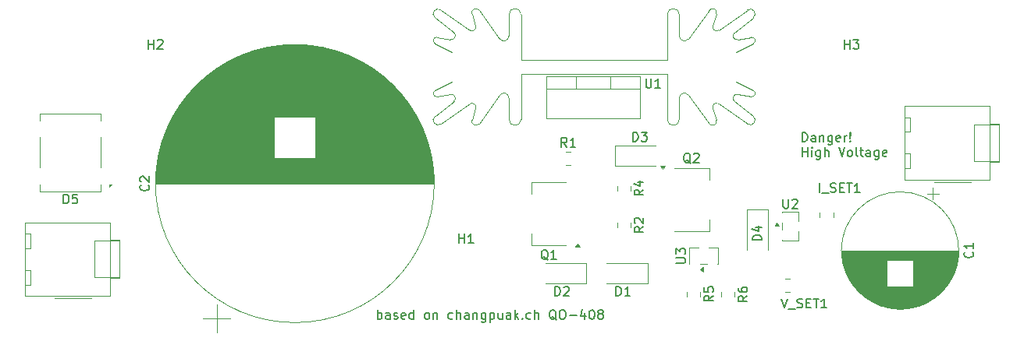
<source format=gbr>
%TF.GenerationSoftware,KiCad,Pcbnew,9.0.5*%
%TF.CreationDate,2025-11-27T11:00:23+01:00*%
%TF.ProjectId,Powersupply,506f7765-7273-4757-9070-6c792e6b6963,rev?*%
%TF.SameCoordinates,Original*%
%TF.FileFunction,Legend,Top*%
%TF.FilePolarity,Positive*%
%FSLAX46Y46*%
G04 Gerber Fmt 4.6, Leading zero omitted, Abs format (unit mm)*
G04 Created by KiCad (PCBNEW 9.0.5) date 2025-11-27 11:00:23*
%MOMM*%
%LPD*%
G01*
G04 APERTURE LIST*
%ADD10C,0.150000*%
%ADD11C,0.120000*%
G04 APERTURE END LIST*
D10*
X123136779Y-111959819D02*
X123136779Y-110959819D01*
X123136779Y-111340771D02*
X123232017Y-111293152D01*
X123232017Y-111293152D02*
X123422493Y-111293152D01*
X123422493Y-111293152D02*
X123517731Y-111340771D01*
X123517731Y-111340771D02*
X123565350Y-111388390D01*
X123565350Y-111388390D02*
X123612969Y-111483628D01*
X123612969Y-111483628D02*
X123612969Y-111769342D01*
X123612969Y-111769342D02*
X123565350Y-111864580D01*
X123565350Y-111864580D02*
X123517731Y-111912200D01*
X123517731Y-111912200D02*
X123422493Y-111959819D01*
X123422493Y-111959819D02*
X123232017Y-111959819D01*
X123232017Y-111959819D02*
X123136779Y-111912200D01*
X124470112Y-111959819D02*
X124470112Y-111436009D01*
X124470112Y-111436009D02*
X124422493Y-111340771D01*
X124422493Y-111340771D02*
X124327255Y-111293152D01*
X124327255Y-111293152D02*
X124136779Y-111293152D01*
X124136779Y-111293152D02*
X124041541Y-111340771D01*
X124470112Y-111912200D02*
X124374874Y-111959819D01*
X124374874Y-111959819D02*
X124136779Y-111959819D01*
X124136779Y-111959819D02*
X124041541Y-111912200D01*
X124041541Y-111912200D02*
X123993922Y-111816961D01*
X123993922Y-111816961D02*
X123993922Y-111721723D01*
X123993922Y-111721723D02*
X124041541Y-111626485D01*
X124041541Y-111626485D02*
X124136779Y-111578866D01*
X124136779Y-111578866D02*
X124374874Y-111578866D01*
X124374874Y-111578866D02*
X124470112Y-111531247D01*
X124898684Y-111912200D02*
X124993922Y-111959819D01*
X124993922Y-111959819D02*
X125184398Y-111959819D01*
X125184398Y-111959819D02*
X125279636Y-111912200D01*
X125279636Y-111912200D02*
X125327255Y-111816961D01*
X125327255Y-111816961D02*
X125327255Y-111769342D01*
X125327255Y-111769342D02*
X125279636Y-111674104D01*
X125279636Y-111674104D02*
X125184398Y-111626485D01*
X125184398Y-111626485D02*
X125041541Y-111626485D01*
X125041541Y-111626485D02*
X124946303Y-111578866D01*
X124946303Y-111578866D02*
X124898684Y-111483628D01*
X124898684Y-111483628D02*
X124898684Y-111436009D01*
X124898684Y-111436009D02*
X124946303Y-111340771D01*
X124946303Y-111340771D02*
X125041541Y-111293152D01*
X125041541Y-111293152D02*
X125184398Y-111293152D01*
X125184398Y-111293152D02*
X125279636Y-111340771D01*
X126136779Y-111912200D02*
X126041541Y-111959819D01*
X126041541Y-111959819D02*
X125851065Y-111959819D01*
X125851065Y-111959819D02*
X125755827Y-111912200D01*
X125755827Y-111912200D02*
X125708208Y-111816961D01*
X125708208Y-111816961D02*
X125708208Y-111436009D01*
X125708208Y-111436009D02*
X125755827Y-111340771D01*
X125755827Y-111340771D02*
X125851065Y-111293152D01*
X125851065Y-111293152D02*
X126041541Y-111293152D01*
X126041541Y-111293152D02*
X126136779Y-111340771D01*
X126136779Y-111340771D02*
X126184398Y-111436009D01*
X126184398Y-111436009D02*
X126184398Y-111531247D01*
X126184398Y-111531247D02*
X125708208Y-111626485D01*
X127041541Y-111959819D02*
X127041541Y-110959819D01*
X127041541Y-111912200D02*
X126946303Y-111959819D01*
X126946303Y-111959819D02*
X126755827Y-111959819D01*
X126755827Y-111959819D02*
X126660589Y-111912200D01*
X126660589Y-111912200D02*
X126612970Y-111864580D01*
X126612970Y-111864580D02*
X126565351Y-111769342D01*
X126565351Y-111769342D02*
X126565351Y-111483628D01*
X126565351Y-111483628D02*
X126612970Y-111388390D01*
X126612970Y-111388390D02*
X126660589Y-111340771D01*
X126660589Y-111340771D02*
X126755827Y-111293152D01*
X126755827Y-111293152D02*
X126946303Y-111293152D01*
X126946303Y-111293152D02*
X127041541Y-111340771D01*
X128422494Y-111959819D02*
X128327256Y-111912200D01*
X128327256Y-111912200D02*
X128279637Y-111864580D01*
X128279637Y-111864580D02*
X128232018Y-111769342D01*
X128232018Y-111769342D02*
X128232018Y-111483628D01*
X128232018Y-111483628D02*
X128279637Y-111388390D01*
X128279637Y-111388390D02*
X128327256Y-111340771D01*
X128327256Y-111340771D02*
X128422494Y-111293152D01*
X128422494Y-111293152D02*
X128565351Y-111293152D01*
X128565351Y-111293152D02*
X128660589Y-111340771D01*
X128660589Y-111340771D02*
X128708208Y-111388390D01*
X128708208Y-111388390D02*
X128755827Y-111483628D01*
X128755827Y-111483628D02*
X128755827Y-111769342D01*
X128755827Y-111769342D02*
X128708208Y-111864580D01*
X128708208Y-111864580D02*
X128660589Y-111912200D01*
X128660589Y-111912200D02*
X128565351Y-111959819D01*
X128565351Y-111959819D02*
X128422494Y-111959819D01*
X129184399Y-111293152D02*
X129184399Y-111959819D01*
X129184399Y-111388390D02*
X129232018Y-111340771D01*
X129232018Y-111340771D02*
X129327256Y-111293152D01*
X129327256Y-111293152D02*
X129470113Y-111293152D01*
X129470113Y-111293152D02*
X129565351Y-111340771D01*
X129565351Y-111340771D02*
X129612970Y-111436009D01*
X129612970Y-111436009D02*
X129612970Y-111959819D01*
X131279637Y-111912200D02*
X131184399Y-111959819D01*
X131184399Y-111959819D02*
X130993923Y-111959819D01*
X130993923Y-111959819D02*
X130898685Y-111912200D01*
X130898685Y-111912200D02*
X130851066Y-111864580D01*
X130851066Y-111864580D02*
X130803447Y-111769342D01*
X130803447Y-111769342D02*
X130803447Y-111483628D01*
X130803447Y-111483628D02*
X130851066Y-111388390D01*
X130851066Y-111388390D02*
X130898685Y-111340771D01*
X130898685Y-111340771D02*
X130993923Y-111293152D01*
X130993923Y-111293152D02*
X131184399Y-111293152D01*
X131184399Y-111293152D02*
X131279637Y-111340771D01*
X131708209Y-111959819D02*
X131708209Y-110959819D01*
X132136780Y-111959819D02*
X132136780Y-111436009D01*
X132136780Y-111436009D02*
X132089161Y-111340771D01*
X132089161Y-111340771D02*
X131993923Y-111293152D01*
X131993923Y-111293152D02*
X131851066Y-111293152D01*
X131851066Y-111293152D02*
X131755828Y-111340771D01*
X131755828Y-111340771D02*
X131708209Y-111388390D01*
X133041542Y-111959819D02*
X133041542Y-111436009D01*
X133041542Y-111436009D02*
X132993923Y-111340771D01*
X132993923Y-111340771D02*
X132898685Y-111293152D01*
X132898685Y-111293152D02*
X132708209Y-111293152D01*
X132708209Y-111293152D02*
X132612971Y-111340771D01*
X133041542Y-111912200D02*
X132946304Y-111959819D01*
X132946304Y-111959819D02*
X132708209Y-111959819D01*
X132708209Y-111959819D02*
X132612971Y-111912200D01*
X132612971Y-111912200D02*
X132565352Y-111816961D01*
X132565352Y-111816961D02*
X132565352Y-111721723D01*
X132565352Y-111721723D02*
X132612971Y-111626485D01*
X132612971Y-111626485D02*
X132708209Y-111578866D01*
X132708209Y-111578866D02*
X132946304Y-111578866D01*
X132946304Y-111578866D02*
X133041542Y-111531247D01*
X133517733Y-111293152D02*
X133517733Y-111959819D01*
X133517733Y-111388390D02*
X133565352Y-111340771D01*
X133565352Y-111340771D02*
X133660590Y-111293152D01*
X133660590Y-111293152D02*
X133803447Y-111293152D01*
X133803447Y-111293152D02*
X133898685Y-111340771D01*
X133898685Y-111340771D02*
X133946304Y-111436009D01*
X133946304Y-111436009D02*
X133946304Y-111959819D01*
X134851066Y-111293152D02*
X134851066Y-112102676D01*
X134851066Y-112102676D02*
X134803447Y-112197914D01*
X134803447Y-112197914D02*
X134755828Y-112245533D01*
X134755828Y-112245533D02*
X134660590Y-112293152D01*
X134660590Y-112293152D02*
X134517733Y-112293152D01*
X134517733Y-112293152D02*
X134422495Y-112245533D01*
X134851066Y-111912200D02*
X134755828Y-111959819D01*
X134755828Y-111959819D02*
X134565352Y-111959819D01*
X134565352Y-111959819D02*
X134470114Y-111912200D01*
X134470114Y-111912200D02*
X134422495Y-111864580D01*
X134422495Y-111864580D02*
X134374876Y-111769342D01*
X134374876Y-111769342D02*
X134374876Y-111483628D01*
X134374876Y-111483628D02*
X134422495Y-111388390D01*
X134422495Y-111388390D02*
X134470114Y-111340771D01*
X134470114Y-111340771D02*
X134565352Y-111293152D01*
X134565352Y-111293152D02*
X134755828Y-111293152D01*
X134755828Y-111293152D02*
X134851066Y-111340771D01*
X135327257Y-111293152D02*
X135327257Y-112293152D01*
X135327257Y-111340771D02*
X135422495Y-111293152D01*
X135422495Y-111293152D02*
X135612971Y-111293152D01*
X135612971Y-111293152D02*
X135708209Y-111340771D01*
X135708209Y-111340771D02*
X135755828Y-111388390D01*
X135755828Y-111388390D02*
X135803447Y-111483628D01*
X135803447Y-111483628D02*
X135803447Y-111769342D01*
X135803447Y-111769342D02*
X135755828Y-111864580D01*
X135755828Y-111864580D02*
X135708209Y-111912200D01*
X135708209Y-111912200D02*
X135612971Y-111959819D01*
X135612971Y-111959819D02*
X135422495Y-111959819D01*
X135422495Y-111959819D02*
X135327257Y-111912200D01*
X136660590Y-111293152D02*
X136660590Y-111959819D01*
X136232019Y-111293152D02*
X136232019Y-111816961D01*
X136232019Y-111816961D02*
X136279638Y-111912200D01*
X136279638Y-111912200D02*
X136374876Y-111959819D01*
X136374876Y-111959819D02*
X136517733Y-111959819D01*
X136517733Y-111959819D02*
X136612971Y-111912200D01*
X136612971Y-111912200D02*
X136660590Y-111864580D01*
X137565352Y-111959819D02*
X137565352Y-111436009D01*
X137565352Y-111436009D02*
X137517733Y-111340771D01*
X137517733Y-111340771D02*
X137422495Y-111293152D01*
X137422495Y-111293152D02*
X137232019Y-111293152D01*
X137232019Y-111293152D02*
X137136781Y-111340771D01*
X137565352Y-111912200D02*
X137470114Y-111959819D01*
X137470114Y-111959819D02*
X137232019Y-111959819D01*
X137232019Y-111959819D02*
X137136781Y-111912200D01*
X137136781Y-111912200D02*
X137089162Y-111816961D01*
X137089162Y-111816961D02*
X137089162Y-111721723D01*
X137089162Y-111721723D02*
X137136781Y-111626485D01*
X137136781Y-111626485D02*
X137232019Y-111578866D01*
X137232019Y-111578866D02*
X137470114Y-111578866D01*
X137470114Y-111578866D02*
X137565352Y-111531247D01*
X138041543Y-111959819D02*
X138041543Y-110959819D01*
X138136781Y-111578866D02*
X138422495Y-111959819D01*
X138422495Y-111293152D02*
X138041543Y-111674104D01*
X138851067Y-111864580D02*
X138898686Y-111912200D01*
X138898686Y-111912200D02*
X138851067Y-111959819D01*
X138851067Y-111959819D02*
X138803448Y-111912200D01*
X138803448Y-111912200D02*
X138851067Y-111864580D01*
X138851067Y-111864580D02*
X138851067Y-111959819D01*
X139755828Y-111912200D02*
X139660590Y-111959819D01*
X139660590Y-111959819D02*
X139470114Y-111959819D01*
X139470114Y-111959819D02*
X139374876Y-111912200D01*
X139374876Y-111912200D02*
X139327257Y-111864580D01*
X139327257Y-111864580D02*
X139279638Y-111769342D01*
X139279638Y-111769342D02*
X139279638Y-111483628D01*
X139279638Y-111483628D02*
X139327257Y-111388390D01*
X139327257Y-111388390D02*
X139374876Y-111340771D01*
X139374876Y-111340771D02*
X139470114Y-111293152D01*
X139470114Y-111293152D02*
X139660590Y-111293152D01*
X139660590Y-111293152D02*
X139755828Y-111340771D01*
X140184400Y-111959819D02*
X140184400Y-110959819D01*
X140612971Y-111959819D02*
X140612971Y-111436009D01*
X140612971Y-111436009D02*
X140565352Y-111340771D01*
X140565352Y-111340771D02*
X140470114Y-111293152D01*
X140470114Y-111293152D02*
X140327257Y-111293152D01*
X140327257Y-111293152D02*
X140232019Y-111340771D01*
X140232019Y-111340771D02*
X140184400Y-111388390D01*
X142517733Y-112055057D02*
X142422495Y-112007438D01*
X142422495Y-112007438D02*
X142327257Y-111912200D01*
X142327257Y-111912200D02*
X142184400Y-111769342D01*
X142184400Y-111769342D02*
X142089162Y-111721723D01*
X142089162Y-111721723D02*
X141993924Y-111721723D01*
X142041543Y-111959819D02*
X141946305Y-111912200D01*
X141946305Y-111912200D02*
X141851067Y-111816961D01*
X141851067Y-111816961D02*
X141803448Y-111626485D01*
X141803448Y-111626485D02*
X141803448Y-111293152D01*
X141803448Y-111293152D02*
X141851067Y-111102676D01*
X141851067Y-111102676D02*
X141946305Y-111007438D01*
X141946305Y-111007438D02*
X142041543Y-110959819D01*
X142041543Y-110959819D02*
X142232019Y-110959819D01*
X142232019Y-110959819D02*
X142327257Y-111007438D01*
X142327257Y-111007438D02*
X142422495Y-111102676D01*
X142422495Y-111102676D02*
X142470114Y-111293152D01*
X142470114Y-111293152D02*
X142470114Y-111626485D01*
X142470114Y-111626485D02*
X142422495Y-111816961D01*
X142422495Y-111816961D02*
X142327257Y-111912200D01*
X142327257Y-111912200D02*
X142232019Y-111959819D01*
X142232019Y-111959819D02*
X142041543Y-111959819D01*
X143089162Y-110959819D02*
X143279638Y-110959819D01*
X143279638Y-110959819D02*
X143374876Y-111007438D01*
X143374876Y-111007438D02*
X143470114Y-111102676D01*
X143470114Y-111102676D02*
X143517733Y-111293152D01*
X143517733Y-111293152D02*
X143517733Y-111626485D01*
X143517733Y-111626485D02*
X143470114Y-111816961D01*
X143470114Y-111816961D02*
X143374876Y-111912200D01*
X143374876Y-111912200D02*
X143279638Y-111959819D01*
X143279638Y-111959819D02*
X143089162Y-111959819D01*
X143089162Y-111959819D02*
X142993924Y-111912200D01*
X142993924Y-111912200D02*
X142898686Y-111816961D01*
X142898686Y-111816961D02*
X142851067Y-111626485D01*
X142851067Y-111626485D02*
X142851067Y-111293152D01*
X142851067Y-111293152D02*
X142898686Y-111102676D01*
X142898686Y-111102676D02*
X142993924Y-111007438D01*
X142993924Y-111007438D02*
X143089162Y-110959819D01*
X143946305Y-111578866D02*
X144708210Y-111578866D01*
X145612971Y-111293152D02*
X145612971Y-111959819D01*
X145374876Y-110912200D02*
X145136781Y-111626485D01*
X145136781Y-111626485D02*
X145755828Y-111626485D01*
X146327257Y-110959819D02*
X146422495Y-110959819D01*
X146422495Y-110959819D02*
X146517733Y-111007438D01*
X146517733Y-111007438D02*
X146565352Y-111055057D01*
X146565352Y-111055057D02*
X146612971Y-111150295D01*
X146612971Y-111150295D02*
X146660590Y-111340771D01*
X146660590Y-111340771D02*
X146660590Y-111578866D01*
X146660590Y-111578866D02*
X146612971Y-111769342D01*
X146612971Y-111769342D02*
X146565352Y-111864580D01*
X146565352Y-111864580D02*
X146517733Y-111912200D01*
X146517733Y-111912200D02*
X146422495Y-111959819D01*
X146422495Y-111959819D02*
X146327257Y-111959819D01*
X146327257Y-111959819D02*
X146232019Y-111912200D01*
X146232019Y-111912200D02*
X146184400Y-111864580D01*
X146184400Y-111864580D02*
X146136781Y-111769342D01*
X146136781Y-111769342D02*
X146089162Y-111578866D01*
X146089162Y-111578866D02*
X146089162Y-111340771D01*
X146089162Y-111340771D02*
X146136781Y-111150295D01*
X146136781Y-111150295D02*
X146184400Y-111055057D01*
X146184400Y-111055057D02*
X146232019Y-111007438D01*
X146232019Y-111007438D02*
X146327257Y-110959819D01*
X147232019Y-111388390D02*
X147136781Y-111340771D01*
X147136781Y-111340771D02*
X147089162Y-111293152D01*
X147089162Y-111293152D02*
X147041543Y-111197914D01*
X147041543Y-111197914D02*
X147041543Y-111150295D01*
X147041543Y-111150295D02*
X147089162Y-111055057D01*
X147089162Y-111055057D02*
X147136781Y-111007438D01*
X147136781Y-111007438D02*
X147232019Y-110959819D01*
X147232019Y-110959819D02*
X147422495Y-110959819D01*
X147422495Y-110959819D02*
X147517733Y-111007438D01*
X147517733Y-111007438D02*
X147565352Y-111055057D01*
X147565352Y-111055057D02*
X147612971Y-111150295D01*
X147612971Y-111150295D02*
X147612971Y-111197914D01*
X147612971Y-111197914D02*
X147565352Y-111293152D01*
X147565352Y-111293152D02*
X147517733Y-111340771D01*
X147517733Y-111340771D02*
X147422495Y-111388390D01*
X147422495Y-111388390D02*
X147232019Y-111388390D01*
X147232019Y-111388390D02*
X147136781Y-111436009D01*
X147136781Y-111436009D02*
X147089162Y-111483628D01*
X147089162Y-111483628D02*
X147041543Y-111578866D01*
X147041543Y-111578866D02*
X147041543Y-111769342D01*
X147041543Y-111769342D02*
X147089162Y-111864580D01*
X147089162Y-111864580D02*
X147136781Y-111912200D01*
X147136781Y-111912200D02*
X147232019Y-111959819D01*
X147232019Y-111959819D02*
X147422495Y-111959819D01*
X147422495Y-111959819D02*
X147517733Y-111912200D01*
X147517733Y-111912200D02*
X147565352Y-111864580D01*
X147565352Y-111864580D02*
X147612971Y-111769342D01*
X147612971Y-111769342D02*
X147612971Y-111578866D01*
X147612971Y-111578866D02*
X147565352Y-111483628D01*
X147565352Y-111483628D02*
X147517733Y-111436009D01*
X147517733Y-111436009D02*
X147422495Y-111388390D01*
X169206779Y-92679875D02*
X169206779Y-91679875D01*
X169206779Y-91679875D02*
X169444874Y-91679875D01*
X169444874Y-91679875D02*
X169587731Y-91727494D01*
X169587731Y-91727494D02*
X169682969Y-91822732D01*
X169682969Y-91822732D02*
X169730588Y-91917970D01*
X169730588Y-91917970D02*
X169778207Y-92108446D01*
X169778207Y-92108446D02*
X169778207Y-92251303D01*
X169778207Y-92251303D02*
X169730588Y-92441779D01*
X169730588Y-92441779D02*
X169682969Y-92537017D01*
X169682969Y-92537017D02*
X169587731Y-92632256D01*
X169587731Y-92632256D02*
X169444874Y-92679875D01*
X169444874Y-92679875D02*
X169206779Y-92679875D01*
X170635350Y-92679875D02*
X170635350Y-92156065D01*
X170635350Y-92156065D02*
X170587731Y-92060827D01*
X170587731Y-92060827D02*
X170492493Y-92013208D01*
X170492493Y-92013208D02*
X170302017Y-92013208D01*
X170302017Y-92013208D02*
X170206779Y-92060827D01*
X170635350Y-92632256D02*
X170540112Y-92679875D01*
X170540112Y-92679875D02*
X170302017Y-92679875D01*
X170302017Y-92679875D02*
X170206779Y-92632256D01*
X170206779Y-92632256D02*
X170159160Y-92537017D01*
X170159160Y-92537017D02*
X170159160Y-92441779D01*
X170159160Y-92441779D02*
X170206779Y-92346541D01*
X170206779Y-92346541D02*
X170302017Y-92298922D01*
X170302017Y-92298922D02*
X170540112Y-92298922D01*
X170540112Y-92298922D02*
X170635350Y-92251303D01*
X171111541Y-92013208D02*
X171111541Y-92679875D01*
X171111541Y-92108446D02*
X171159160Y-92060827D01*
X171159160Y-92060827D02*
X171254398Y-92013208D01*
X171254398Y-92013208D02*
X171397255Y-92013208D01*
X171397255Y-92013208D02*
X171492493Y-92060827D01*
X171492493Y-92060827D02*
X171540112Y-92156065D01*
X171540112Y-92156065D02*
X171540112Y-92679875D01*
X172444874Y-92013208D02*
X172444874Y-92822732D01*
X172444874Y-92822732D02*
X172397255Y-92917970D01*
X172397255Y-92917970D02*
X172349636Y-92965589D01*
X172349636Y-92965589D02*
X172254398Y-93013208D01*
X172254398Y-93013208D02*
X172111541Y-93013208D01*
X172111541Y-93013208D02*
X172016303Y-92965589D01*
X172444874Y-92632256D02*
X172349636Y-92679875D01*
X172349636Y-92679875D02*
X172159160Y-92679875D01*
X172159160Y-92679875D02*
X172063922Y-92632256D01*
X172063922Y-92632256D02*
X172016303Y-92584636D01*
X172016303Y-92584636D02*
X171968684Y-92489398D01*
X171968684Y-92489398D02*
X171968684Y-92203684D01*
X171968684Y-92203684D02*
X172016303Y-92108446D01*
X172016303Y-92108446D02*
X172063922Y-92060827D01*
X172063922Y-92060827D02*
X172159160Y-92013208D01*
X172159160Y-92013208D02*
X172349636Y-92013208D01*
X172349636Y-92013208D02*
X172444874Y-92060827D01*
X173302017Y-92632256D02*
X173206779Y-92679875D01*
X173206779Y-92679875D02*
X173016303Y-92679875D01*
X173016303Y-92679875D02*
X172921065Y-92632256D01*
X172921065Y-92632256D02*
X172873446Y-92537017D01*
X172873446Y-92537017D02*
X172873446Y-92156065D01*
X172873446Y-92156065D02*
X172921065Y-92060827D01*
X172921065Y-92060827D02*
X173016303Y-92013208D01*
X173016303Y-92013208D02*
X173206779Y-92013208D01*
X173206779Y-92013208D02*
X173302017Y-92060827D01*
X173302017Y-92060827D02*
X173349636Y-92156065D01*
X173349636Y-92156065D02*
X173349636Y-92251303D01*
X173349636Y-92251303D02*
X172873446Y-92346541D01*
X173778208Y-92679875D02*
X173778208Y-92013208D01*
X173778208Y-92203684D02*
X173825827Y-92108446D01*
X173825827Y-92108446D02*
X173873446Y-92060827D01*
X173873446Y-92060827D02*
X173968684Y-92013208D01*
X173968684Y-92013208D02*
X174063922Y-92013208D01*
X174397256Y-92584636D02*
X174444875Y-92632256D01*
X174444875Y-92632256D02*
X174397256Y-92679875D01*
X174397256Y-92679875D02*
X174349637Y-92632256D01*
X174349637Y-92632256D02*
X174397256Y-92584636D01*
X174397256Y-92584636D02*
X174397256Y-92679875D01*
X174397256Y-92298922D02*
X174349637Y-91727494D01*
X174349637Y-91727494D02*
X174397256Y-91679875D01*
X174397256Y-91679875D02*
X174444875Y-91727494D01*
X174444875Y-91727494D02*
X174397256Y-92298922D01*
X174397256Y-92298922D02*
X174397256Y-91679875D01*
X169206779Y-94289819D02*
X169206779Y-93289819D01*
X169206779Y-93766009D02*
X169778207Y-93766009D01*
X169778207Y-94289819D02*
X169778207Y-93289819D01*
X170254398Y-94289819D02*
X170254398Y-93623152D01*
X170254398Y-93289819D02*
X170206779Y-93337438D01*
X170206779Y-93337438D02*
X170254398Y-93385057D01*
X170254398Y-93385057D02*
X170302017Y-93337438D01*
X170302017Y-93337438D02*
X170254398Y-93289819D01*
X170254398Y-93289819D02*
X170254398Y-93385057D01*
X171159159Y-93623152D02*
X171159159Y-94432676D01*
X171159159Y-94432676D02*
X171111540Y-94527914D01*
X171111540Y-94527914D02*
X171063921Y-94575533D01*
X171063921Y-94575533D02*
X170968683Y-94623152D01*
X170968683Y-94623152D02*
X170825826Y-94623152D01*
X170825826Y-94623152D02*
X170730588Y-94575533D01*
X171159159Y-94242200D02*
X171063921Y-94289819D01*
X171063921Y-94289819D02*
X170873445Y-94289819D01*
X170873445Y-94289819D02*
X170778207Y-94242200D01*
X170778207Y-94242200D02*
X170730588Y-94194580D01*
X170730588Y-94194580D02*
X170682969Y-94099342D01*
X170682969Y-94099342D02*
X170682969Y-93813628D01*
X170682969Y-93813628D02*
X170730588Y-93718390D01*
X170730588Y-93718390D02*
X170778207Y-93670771D01*
X170778207Y-93670771D02*
X170873445Y-93623152D01*
X170873445Y-93623152D02*
X171063921Y-93623152D01*
X171063921Y-93623152D02*
X171159159Y-93670771D01*
X171635350Y-94289819D02*
X171635350Y-93289819D01*
X172063921Y-94289819D02*
X172063921Y-93766009D01*
X172063921Y-93766009D02*
X172016302Y-93670771D01*
X172016302Y-93670771D02*
X171921064Y-93623152D01*
X171921064Y-93623152D02*
X171778207Y-93623152D01*
X171778207Y-93623152D02*
X171682969Y-93670771D01*
X171682969Y-93670771D02*
X171635350Y-93718390D01*
X173159160Y-93289819D02*
X173492493Y-94289819D01*
X173492493Y-94289819D02*
X173825826Y-93289819D01*
X174302017Y-94289819D02*
X174206779Y-94242200D01*
X174206779Y-94242200D02*
X174159160Y-94194580D01*
X174159160Y-94194580D02*
X174111541Y-94099342D01*
X174111541Y-94099342D02*
X174111541Y-93813628D01*
X174111541Y-93813628D02*
X174159160Y-93718390D01*
X174159160Y-93718390D02*
X174206779Y-93670771D01*
X174206779Y-93670771D02*
X174302017Y-93623152D01*
X174302017Y-93623152D02*
X174444874Y-93623152D01*
X174444874Y-93623152D02*
X174540112Y-93670771D01*
X174540112Y-93670771D02*
X174587731Y-93718390D01*
X174587731Y-93718390D02*
X174635350Y-93813628D01*
X174635350Y-93813628D02*
X174635350Y-94099342D01*
X174635350Y-94099342D02*
X174587731Y-94194580D01*
X174587731Y-94194580D02*
X174540112Y-94242200D01*
X174540112Y-94242200D02*
X174444874Y-94289819D01*
X174444874Y-94289819D02*
X174302017Y-94289819D01*
X175206779Y-94289819D02*
X175111541Y-94242200D01*
X175111541Y-94242200D02*
X175063922Y-94146961D01*
X175063922Y-94146961D02*
X175063922Y-93289819D01*
X175444875Y-93623152D02*
X175825827Y-93623152D01*
X175587732Y-93289819D02*
X175587732Y-94146961D01*
X175587732Y-94146961D02*
X175635351Y-94242200D01*
X175635351Y-94242200D02*
X175730589Y-94289819D01*
X175730589Y-94289819D02*
X175825827Y-94289819D01*
X176587732Y-94289819D02*
X176587732Y-93766009D01*
X176587732Y-93766009D02*
X176540113Y-93670771D01*
X176540113Y-93670771D02*
X176444875Y-93623152D01*
X176444875Y-93623152D02*
X176254399Y-93623152D01*
X176254399Y-93623152D02*
X176159161Y-93670771D01*
X176587732Y-94242200D02*
X176492494Y-94289819D01*
X176492494Y-94289819D02*
X176254399Y-94289819D01*
X176254399Y-94289819D02*
X176159161Y-94242200D01*
X176159161Y-94242200D02*
X176111542Y-94146961D01*
X176111542Y-94146961D02*
X176111542Y-94051723D01*
X176111542Y-94051723D02*
X176159161Y-93956485D01*
X176159161Y-93956485D02*
X176254399Y-93908866D01*
X176254399Y-93908866D02*
X176492494Y-93908866D01*
X176492494Y-93908866D02*
X176587732Y-93861247D01*
X177492494Y-93623152D02*
X177492494Y-94432676D01*
X177492494Y-94432676D02*
X177444875Y-94527914D01*
X177444875Y-94527914D02*
X177397256Y-94575533D01*
X177397256Y-94575533D02*
X177302018Y-94623152D01*
X177302018Y-94623152D02*
X177159161Y-94623152D01*
X177159161Y-94623152D02*
X177063923Y-94575533D01*
X177492494Y-94242200D02*
X177397256Y-94289819D01*
X177397256Y-94289819D02*
X177206780Y-94289819D01*
X177206780Y-94289819D02*
X177111542Y-94242200D01*
X177111542Y-94242200D02*
X177063923Y-94194580D01*
X177063923Y-94194580D02*
X177016304Y-94099342D01*
X177016304Y-94099342D02*
X177016304Y-93813628D01*
X177016304Y-93813628D02*
X177063923Y-93718390D01*
X177063923Y-93718390D02*
X177111542Y-93670771D01*
X177111542Y-93670771D02*
X177206780Y-93623152D01*
X177206780Y-93623152D02*
X177397256Y-93623152D01*
X177397256Y-93623152D02*
X177492494Y-93670771D01*
X178349637Y-94242200D02*
X178254399Y-94289819D01*
X178254399Y-94289819D02*
X178063923Y-94289819D01*
X178063923Y-94289819D02*
X177968685Y-94242200D01*
X177968685Y-94242200D02*
X177921066Y-94146961D01*
X177921066Y-94146961D02*
X177921066Y-93766009D01*
X177921066Y-93766009D02*
X177968685Y-93670771D01*
X177968685Y-93670771D02*
X178063923Y-93623152D01*
X178063923Y-93623152D02*
X178254399Y-93623152D01*
X178254399Y-93623152D02*
X178349637Y-93670771D01*
X178349637Y-93670771D02*
X178397256Y-93766009D01*
X178397256Y-93766009D02*
X178397256Y-93861247D01*
X178397256Y-93861247D02*
X177921066Y-93956485D01*
X163234819Y-109436666D02*
X162758628Y-109769999D01*
X163234819Y-110008094D02*
X162234819Y-110008094D01*
X162234819Y-110008094D02*
X162234819Y-109627142D01*
X162234819Y-109627142D02*
X162282438Y-109531904D01*
X162282438Y-109531904D02*
X162330057Y-109484285D01*
X162330057Y-109484285D02*
X162425295Y-109436666D01*
X162425295Y-109436666D02*
X162568152Y-109436666D01*
X162568152Y-109436666D02*
X162663390Y-109484285D01*
X162663390Y-109484285D02*
X162711009Y-109531904D01*
X162711009Y-109531904D02*
X162758628Y-109627142D01*
X162758628Y-109627142D02*
X162758628Y-110008094D01*
X162234819Y-108579523D02*
X162234819Y-108769999D01*
X162234819Y-108769999D02*
X162282438Y-108865237D01*
X162282438Y-108865237D02*
X162330057Y-108912856D01*
X162330057Y-108912856D02*
X162472914Y-109008094D01*
X162472914Y-109008094D02*
X162663390Y-109055713D01*
X162663390Y-109055713D02*
X163044342Y-109055713D01*
X163044342Y-109055713D02*
X163139580Y-109008094D01*
X163139580Y-109008094D02*
X163187200Y-108960475D01*
X163187200Y-108960475D02*
X163234819Y-108865237D01*
X163234819Y-108865237D02*
X163234819Y-108674761D01*
X163234819Y-108674761D02*
X163187200Y-108579523D01*
X163187200Y-108579523D02*
X163139580Y-108531904D01*
X163139580Y-108531904D02*
X163044342Y-108484285D01*
X163044342Y-108484285D02*
X162806247Y-108484285D01*
X162806247Y-108484285D02*
X162711009Y-108531904D01*
X162711009Y-108531904D02*
X162663390Y-108579523D01*
X162663390Y-108579523D02*
X162615771Y-108674761D01*
X162615771Y-108674761D02*
X162615771Y-108865237D01*
X162615771Y-108865237D02*
X162663390Y-108960475D01*
X162663390Y-108960475D02*
X162711009Y-109008094D01*
X162711009Y-109008094D02*
X162806247Y-109055713D01*
X157094761Y-95027557D02*
X156999523Y-94979938D01*
X156999523Y-94979938D02*
X156904285Y-94884700D01*
X156904285Y-94884700D02*
X156761428Y-94741842D01*
X156761428Y-94741842D02*
X156666190Y-94694223D01*
X156666190Y-94694223D02*
X156570952Y-94694223D01*
X156618571Y-94932319D02*
X156523333Y-94884700D01*
X156523333Y-94884700D02*
X156428095Y-94789461D01*
X156428095Y-94789461D02*
X156380476Y-94598985D01*
X156380476Y-94598985D02*
X156380476Y-94265652D01*
X156380476Y-94265652D02*
X156428095Y-94075176D01*
X156428095Y-94075176D02*
X156523333Y-93979938D01*
X156523333Y-93979938D02*
X156618571Y-93932319D01*
X156618571Y-93932319D02*
X156809047Y-93932319D01*
X156809047Y-93932319D02*
X156904285Y-93979938D01*
X156904285Y-93979938D02*
X156999523Y-94075176D01*
X156999523Y-94075176D02*
X157047142Y-94265652D01*
X157047142Y-94265652D02*
X157047142Y-94598985D01*
X157047142Y-94598985D02*
X156999523Y-94789461D01*
X156999523Y-94789461D02*
X156904285Y-94884700D01*
X156904285Y-94884700D02*
X156809047Y-94932319D01*
X156809047Y-94932319D02*
X156618571Y-94932319D01*
X157428095Y-94027557D02*
X157475714Y-93979938D01*
X157475714Y-93979938D02*
X157570952Y-93932319D01*
X157570952Y-93932319D02*
X157809047Y-93932319D01*
X157809047Y-93932319D02*
X157904285Y-93979938D01*
X157904285Y-93979938D02*
X157951904Y-94027557D01*
X157951904Y-94027557D02*
X157999523Y-94122795D01*
X157999523Y-94122795D02*
X157999523Y-94218033D01*
X157999523Y-94218033D02*
X157951904Y-94360890D01*
X157951904Y-94360890D02*
X157380476Y-94932319D01*
X157380476Y-94932319D02*
X157999523Y-94932319D01*
X173778095Y-82574819D02*
X173778095Y-81574819D01*
X173778095Y-82051009D02*
X174349523Y-82051009D01*
X174349523Y-82574819D02*
X174349523Y-81574819D01*
X174730476Y-81574819D02*
X175349523Y-81574819D01*
X175349523Y-81574819D02*
X175016190Y-81955771D01*
X175016190Y-81955771D02*
X175159047Y-81955771D01*
X175159047Y-81955771D02*
X175254285Y-82003390D01*
X175254285Y-82003390D02*
X175301904Y-82051009D01*
X175301904Y-82051009D02*
X175349523Y-82146247D01*
X175349523Y-82146247D02*
X175349523Y-82384342D01*
X175349523Y-82384342D02*
X175301904Y-82479580D01*
X175301904Y-82479580D02*
X175254285Y-82527200D01*
X175254285Y-82527200D02*
X175159047Y-82574819D01*
X175159047Y-82574819D02*
X174873333Y-82574819D01*
X174873333Y-82574819D02*
X174778095Y-82527200D01*
X174778095Y-82527200D02*
X174730476Y-82479580D01*
X98269580Y-97394601D02*
X98317200Y-97442220D01*
X98317200Y-97442220D02*
X98364819Y-97585077D01*
X98364819Y-97585077D02*
X98364819Y-97680315D01*
X98364819Y-97680315D02*
X98317200Y-97823172D01*
X98317200Y-97823172D02*
X98221961Y-97918410D01*
X98221961Y-97918410D02*
X98126723Y-97966029D01*
X98126723Y-97966029D02*
X97936247Y-98013648D01*
X97936247Y-98013648D02*
X97793390Y-98013648D01*
X97793390Y-98013648D02*
X97602914Y-97966029D01*
X97602914Y-97966029D02*
X97507676Y-97918410D01*
X97507676Y-97918410D02*
X97412438Y-97823172D01*
X97412438Y-97823172D02*
X97364819Y-97680315D01*
X97364819Y-97680315D02*
X97364819Y-97585077D01*
X97364819Y-97585077D02*
X97412438Y-97442220D01*
X97412438Y-97442220D02*
X97460057Y-97394601D01*
X97460057Y-97013648D02*
X97412438Y-96966029D01*
X97412438Y-96966029D02*
X97364819Y-96870791D01*
X97364819Y-96870791D02*
X97364819Y-96632696D01*
X97364819Y-96632696D02*
X97412438Y-96537458D01*
X97412438Y-96537458D02*
X97460057Y-96489839D01*
X97460057Y-96489839D02*
X97555295Y-96442220D01*
X97555295Y-96442220D02*
X97650533Y-96442220D01*
X97650533Y-96442220D02*
X97793390Y-96489839D01*
X97793390Y-96489839D02*
X98364819Y-97061267D01*
X98364819Y-97061267D02*
X98364819Y-96442220D01*
X150824405Y-92634819D02*
X150824405Y-91634819D01*
X150824405Y-91634819D02*
X151062500Y-91634819D01*
X151062500Y-91634819D02*
X151205357Y-91682438D01*
X151205357Y-91682438D02*
X151300595Y-91777676D01*
X151300595Y-91777676D02*
X151348214Y-91872914D01*
X151348214Y-91872914D02*
X151395833Y-92063390D01*
X151395833Y-92063390D02*
X151395833Y-92206247D01*
X151395833Y-92206247D02*
X151348214Y-92396723D01*
X151348214Y-92396723D02*
X151300595Y-92491961D01*
X151300595Y-92491961D02*
X151205357Y-92587200D01*
X151205357Y-92587200D02*
X151062500Y-92634819D01*
X151062500Y-92634819D02*
X150824405Y-92634819D01*
X151729167Y-91634819D02*
X152348214Y-91634819D01*
X152348214Y-91634819D02*
X152014881Y-92015771D01*
X152014881Y-92015771D02*
X152157738Y-92015771D01*
X152157738Y-92015771D02*
X152252976Y-92063390D01*
X152252976Y-92063390D02*
X152300595Y-92111009D01*
X152300595Y-92111009D02*
X152348214Y-92206247D01*
X152348214Y-92206247D02*
X152348214Y-92444342D01*
X152348214Y-92444342D02*
X152300595Y-92539580D01*
X152300595Y-92539580D02*
X152252976Y-92587200D01*
X152252976Y-92587200D02*
X152157738Y-92634819D01*
X152157738Y-92634819D02*
X151872024Y-92634819D01*
X151872024Y-92634819D02*
X151776786Y-92587200D01*
X151776786Y-92587200D02*
X151729167Y-92539580D01*
X151974819Y-97896666D02*
X151498628Y-98229999D01*
X151974819Y-98468094D02*
X150974819Y-98468094D01*
X150974819Y-98468094D02*
X150974819Y-98087142D01*
X150974819Y-98087142D02*
X151022438Y-97991904D01*
X151022438Y-97991904D02*
X151070057Y-97944285D01*
X151070057Y-97944285D02*
X151165295Y-97896666D01*
X151165295Y-97896666D02*
X151308152Y-97896666D01*
X151308152Y-97896666D02*
X151403390Y-97944285D01*
X151403390Y-97944285D02*
X151451009Y-97991904D01*
X151451009Y-97991904D02*
X151498628Y-98087142D01*
X151498628Y-98087142D02*
X151498628Y-98468094D01*
X151308152Y-97039523D02*
X151974819Y-97039523D01*
X150927200Y-97277618D02*
X151641485Y-97515713D01*
X151641485Y-97515713D02*
X151641485Y-96896666D01*
X171083333Y-98174819D02*
X171083333Y-97174819D01*
X171321428Y-98270057D02*
X172083332Y-98270057D01*
X172273809Y-98127200D02*
X172416666Y-98174819D01*
X172416666Y-98174819D02*
X172654761Y-98174819D01*
X172654761Y-98174819D02*
X172749999Y-98127200D01*
X172749999Y-98127200D02*
X172797618Y-98079580D01*
X172797618Y-98079580D02*
X172845237Y-97984342D01*
X172845237Y-97984342D02*
X172845237Y-97889104D01*
X172845237Y-97889104D02*
X172797618Y-97793866D01*
X172797618Y-97793866D02*
X172749999Y-97746247D01*
X172749999Y-97746247D02*
X172654761Y-97698628D01*
X172654761Y-97698628D02*
X172464285Y-97651009D01*
X172464285Y-97651009D02*
X172369047Y-97603390D01*
X172369047Y-97603390D02*
X172321428Y-97555771D01*
X172321428Y-97555771D02*
X172273809Y-97460533D01*
X172273809Y-97460533D02*
X172273809Y-97365295D01*
X172273809Y-97365295D02*
X172321428Y-97270057D01*
X172321428Y-97270057D02*
X172369047Y-97222438D01*
X172369047Y-97222438D02*
X172464285Y-97174819D01*
X172464285Y-97174819D02*
X172702380Y-97174819D01*
X172702380Y-97174819D02*
X172845237Y-97222438D01*
X173273809Y-97651009D02*
X173607142Y-97651009D01*
X173749999Y-98174819D02*
X173273809Y-98174819D01*
X173273809Y-98174819D02*
X173273809Y-97174819D01*
X173273809Y-97174819D02*
X173749999Y-97174819D01*
X174035714Y-97174819D02*
X174607142Y-97174819D01*
X174321428Y-98174819D02*
X174321428Y-97174819D01*
X175464285Y-98174819D02*
X174892857Y-98174819D01*
X175178571Y-98174819D02*
X175178571Y-97174819D01*
X175178571Y-97174819D02*
X175083333Y-97317676D01*
X175083333Y-97317676D02*
X174988095Y-97412914D01*
X174988095Y-97412914D02*
X174892857Y-97460533D01*
X131968095Y-103694819D02*
X131968095Y-102694819D01*
X131968095Y-103171009D02*
X132539523Y-103171009D01*
X132539523Y-103694819D02*
X132539523Y-102694819D01*
X133539523Y-103694819D02*
X132968095Y-103694819D01*
X133253809Y-103694819D02*
X133253809Y-102694819D01*
X133253809Y-102694819D02*
X133158571Y-102837676D01*
X133158571Y-102837676D02*
X133063333Y-102932914D01*
X133063333Y-102932914D02*
X132968095Y-102980533D01*
X142381905Y-109434819D02*
X142381905Y-108434819D01*
X142381905Y-108434819D02*
X142620000Y-108434819D01*
X142620000Y-108434819D02*
X142762857Y-108482438D01*
X142762857Y-108482438D02*
X142858095Y-108577676D01*
X142858095Y-108577676D02*
X142905714Y-108672914D01*
X142905714Y-108672914D02*
X142953333Y-108863390D01*
X142953333Y-108863390D02*
X142953333Y-109006247D01*
X142953333Y-109006247D02*
X142905714Y-109196723D01*
X142905714Y-109196723D02*
X142858095Y-109291961D01*
X142858095Y-109291961D02*
X142762857Y-109387200D01*
X142762857Y-109387200D02*
X142620000Y-109434819D01*
X142620000Y-109434819D02*
X142381905Y-109434819D01*
X143334286Y-108530057D02*
X143381905Y-108482438D01*
X143381905Y-108482438D02*
X143477143Y-108434819D01*
X143477143Y-108434819D02*
X143715238Y-108434819D01*
X143715238Y-108434819D02*
X143810476Y-108482438D01*
X143810476Y-108482438D02*
X143858095Y-108530057D01*
X143858095Y-108530057D02*
X143905714Y-108625295D01*
X143905714Y-108625295D02*
X143905714Y-108720533D01*
X143905714Y-108720533D02*
X143858095Y-108863390D01*
X143858095Y-108863390D02*
X143286667Y-109434819D01*
X143286667Y-109434819D02*
X143905714Y-109434819D01*
X152238095Y-85814819D02*
X152238095Y-86624342D01*
X152238095Y-86624342D02*
X152285714Y-86719580D01*
X152285714Y-86719580D02*
X152333333Y-86767200D01*
X152333333Y-86767200D02*
X152428571Y-86814819D01*
X152428571Y-86814819D02*
X152619047Y-86814819D01*
X152619047Y-86814819D02*
X152714285Y-86767200D01*
X152714285Y-86767200D02*
X152761904Y-86719580D01*
X152761904Y-86719580D02*
X152809523Y-86624342D01*
X152809523Y-86624342D02*
X152809523Y-85814819D01*
X153809523Y-86814819D02*
X153238095Y-86814819D01*
X153523809Y-86814819D02*
X153523809Y-85814819D01*
X153523809Y-85814819D02*
X153428571Y-85957676D01*
X153428571Y-85957676D02*
X153333333Y-86052914D01*
X153333333Y-86052914D02*
X153238095Y-86100533D01*
X164794819Y-103378094D02*
X163794819Y-103378094D01*
X163794819Y-103378094D02*
X163794819Y-103139999D01*
X163794819Y-103139999D02*
X163842438Y-102997142D01*
X163842438Y-102997142D02*
X163937676Y-102901904D01*
X163937676Y-102901904D02*
X164032914Y-102854285D01*
X164032914Y-102854285D02*
X164223390Y-102806666D01*
X164223390Y-102806666D02*
X164366247Y-102806666D01*
X164366247Y-102806666D02*
X164556723Y-102854285D01*
X164556723Y-102854285D02*
X164651961Y-102901904D01*
X164651961Y-102901904D02*
X164747200Y-102997142D01*
X164747200Y-102997142D02*
X164794819Y-103139999D01*
X164794819Y-103139999D02*
X164794819Y-103378094D01*
X164128152Y-101949523D02*
X164794819Y-101949523D01*
X163747200Y-102187618D02*
X164461485Y-102425713D01*
X164461485Y-102425713D02*
X164461485Y-101806666D01*
X166940000Y-109744819D02*
X167273333Y-110744819D01*
X167273333Y-110744819D02*
X167606666Y-109744819D01*
X167701905Y-110840057D02*
X168463809Y-110840057D01*
X168654286Y-110697200D02*
X168797143Y-110744819D01*
X168797143Y-110744819D02*
X169035238Y-110744819D01*
X169035238Y-110744819D02*
X169130476Y-110697200D01*
X169130476Y-110697200D02*
X169178095Y-110649580D01*
X169178095Y-110649580D02*
X169225714Y-110554342D01*
X169225714Y-110554342D02*
X169225714Y-110459104D01*
X169225714Y-110459104D02*
X169178095Y-110363866D01*
X169178095Y-110363866D02*
X169130476Y-110316247D01*
X169130476Y-110316247D02*
X169035238Y-110268628D01*
X169035238Y-110268628D02*
X168844762Y-110221009D01*
X168844762Y-110221009D02*
X168749524Y-110173390D01*
X168749524Y-110173390D02*
X168701905Y-110125771D01*
X168701905Y-110125771D02*
X168654286Y-110030533D01*
X168654286Y-110030533D02*
X168654286Y-109935295D01*
X168654286Y-109935295D02*
X168701905Y-109840057D01*
X168701905Y-109840057D02*
X168749524Y-109792438D01*
X168749524Y-109792438D02*
X168844762Y-109744819D01*
X168844762Y-109744819D02*
X169082857Y-109744819D01*
X169082857Y-109744819D02*
X169225714Y-109792438D01*
X169654286Y-110221009D02*
X169987619Y-110221009D01*
X170130476Y-110744819D02*
X169654286Y-110744819D01*
X169654286Y-110744819D02*
X169654286Y-109744819D01*
X169654286Y-109744819D02*
X170130476Y-109744819D01*
X170416191Y-109744819D02*
X170987619Y-109744819D01*
X170701905Y-110744819D02*
X170701905Y-109744819D01*
X171844762Y-110744819D02*
X171273334Y-110744819D01*
X171559048Y-110744819D02*
X171559048Y-109744819D01*
X171559048Y-109744819D02*
X171463810Y-109887676D01*
X171463810Y-109887676D02*
X171368572Y-109982914D01*
X171368572Y-109982914D02*
X171273334Y-110030533D01*
X149009405Y-109434819D02*
X149009405Y-108434819D01*
X149009405Y-108434819D02*
X149247500Y-108434819D01*
X149247500Y-108434819D02*
X149390357Y-108482438D01*
X149390357Y-108482438D02*
X149485595Y-108577676D01*
X149485595Y-108577676D02*
X149533214Y-108672914D01*
X149533214Y-108672914D02*
X149580833Y-108863390D01*
X149580833Y-108863390D02*
X149580833Y-109006247D01*
X149580833Y-109006247D02*
X149533214Y-109196723D01*
X149533214Y-109196723D02*
X149485595Y-109291961D01*
X149485595Y-109291961D02*
X149390357Y-109387200D01*
X149390357Y-109387200D02*
X149247500Y-109434819D01*
X149247500Y-109434819D02*
X149009405Y-109434819D01*
X150533214Y-109434819D02*
X149961786Y-109434819D01*
X150247500Y-109434819D02*
X150247500Y-108434819D01*
X150247500Y-108434819D02*
X150152262Y-108577676D01*
X150152262Y-108577676D02*
X150057024Y-108672914D01*
X150057024Y-108672914D02*
X149961786Y-108720533D01*
X151974819Y-101906666D02*
X151498628Y-102239999D01*
X151974819Y-102478094D02*
X150974819Y-102478094D01*
X150974819Y-102478094D02*
X150974819Y-102097142D01*
X150974819Y-102097142D02*
X151022438Y-102001904D01*
X151022438Y-102001904D02*
X151070057Y-101954285D01*
X151070057Y-101954285D02*
X151165295Y-101906666D01*
X151165295Y-101906666D02*
X151308152Y-101906666D01*
X151308152Y-101906666D02*
X151403390Y-101954285D01*
X151403390Y-101954285D02*
X151451009Y-102001904D01*
X151451009Y-102001904D02*
X151498628Y-102097142D01*
X151498628Y-102097142D02*
X151498628Y-102478094D01*
X151070057Y-101525713D02*
X151022438Y-101478094D01*
X151022438Y-101478094D02*
X150974819Y-101382856D01*
X150974819Y-101382856D02*
X150974819Y-101144761D01*
X150974819Y-101144761D02*
X151022438Y-101049523D01*
X151022438Y-101049523D02*
X151070057Y-101001904D01*
X151070057Y-101001904D02*
X151165295Y-100954285D01*
X151165295Y-100954285D02*
X151260533Y-100954285D01*
X151260533Y-100954285D02*
X151403390Y-101001904D01*
X151403390Y-101001904D02*
X151974819Y-101573332D01*
X151974819Y-101573332D02*
X151974819Y-100954285D01*
X187669580Y-104666666D02*
X187717200Y-104714285D01*
X187717200Y-104714285D02*
X187764819Y-104857142D01*
X187764819Y-104857142D02*
X187764819Y-104952380D01*
X187764819Y-104952380D02*
X187717200Y-105095237D01*
X187717200Y-105095237D02*
X187621961Y-105190475D01*
X187621961Y-105190475D02*
X187526723Y-105238094D01*
X187526723Y-105238094D02*
X187336247Y-105285713D01*
X187336247Y-105285713D02*
X187193390Y-105285713D01*
X187193390Y-105285713D02*
X187002914Y-105238094D01*
X187002914Y-105238094D02*
X186907676Y-105190475D01*
X186907676Y-105190475D02*
X186812438Y-105095237D01*
X186812438Y-105095237D02*
X186764819Y-104952380D01*
X186764819Y-104952380D02*
X186764819Y-104857142D01*
X186764819Y-104857142D02*
X186812438Y-104714285D01*
X186812438Y-104714285D02*
X186860057Y-104666666D01*
X187764819Y-103714285D02*
X187764819Y-104285713D01*
X187764819Y-103999999D02*
X186764819Y-103999999D01*
X186764819Y-103999999D02*
X186907676Y-104095237D01*
X186907676Y-104095237D02*
X187002914Y-104190475D01*
X187002914Y-104190475D02*
X187050533Y-104285713D01*
X98258095Y-82574819D02*
X98258095Y-81574819D01*
X98258095Y-82051009D02*
X98829523Y-82051009D01*
X98829523Y-82574819D02*
X98829523Y-81574819D01*
X99258095Y-81670057D02*
X99305714Y-81622438D01*
X99305714Y-81622438D02*
X99400952Y-81574819D01*
X99400952Y-81574819D02*
X99639047Y-81574819D01*
X99639047Y-81574819D02*
X99734285Y-81622438D01*
X99734285Y-81622438D02*
X99781904Y-81670057D01*
X99781904Y-81670057D02*
X99829523Y-81765295D01*
X99829523Y-81765295D02*
X99829523Y-81860533D01*
X99829523Y-81860533D02*
X99781904Y-82003390D01*
X99781904Y-82003390D02*
X99210476Y-82574819D01*
X99210476Y-82574819D02*
X99829523Y-82574819D01*
X167135595Y-98924819D02*
X167135595Y-99734342D01*
X167135595Y-99734342D02*
X167183214Y-99829580D01*
X167183214Y-99829580D02*
X167230833Y-99877200D01*
X167230833Y-99877200D02*
X167326071Y-99924819D01*
X167326071Y-99924819D02*
X167516547Y-99924819D01*
X167516547Y-99924819D02*
X167611785Y-99877200D01*
X167611785Y-99877200D02*
X167659404Y-99829580D01*
X167659404Y-99829580D02*
X167707023Y-99734342D01*
X167707023Y-99734342D02*
X167707023Y-98924819D01*
X168135595Y-99020057D02*
X168183214Y-98972438D01*
X168183214Y-98972438D02*
X168278452Y-98924819D01*
X168278452Y-98924819D02*
X168516547Y-98924819D01*
X168516547Y-98924819D02*
X168611785Y-98972438D01*
X168611785Y-98972438D02*
X168659404Y-99020057D01*
X168659404Y-99020057D02*
X168707023Y-99115295D01*
X168707023Y-99115295D02*
X168707023Y-99210533D01*
X168707023Y-99210533D02*
X168659404Y-99353390D01*
X168659404Y-99353390D02*
X168087976Y-99924819D01*
X168087976Y-99924819D02*
X168707023Y-99924819D01*
X89071905Y-99394819D02*
X89071905Y-98394819D01*
X89071905Y-98394819D02*
X89310000Y-98394819D01*
X89310000Y-98394819D02*
X89452857Y-98442438D01*
X89452857Y-98442438D02*
X89548095Y-98537676D01*
X89548095Y-98537676D02*
X89595714Y-98632914D01*
X89595714Y-98632914D02*
X89643333Y-98823390D01*
X89643333Y-98823390D02*
X89643333Y-98966247D01*
X89643333Y-98966247D02*
X89595714Y-99156723D01*
X89595714Y-99156723D02*
X89548095Y-99251961D01*
X89548095Y-99251961D02*
X89452857Y-99347200D01*
X89452857Y-99347200D02*
X89310000Y-99394819D01*
X89310000Y-99394819D02*
X89071905Y-99394819D01*
X90548095Y-98394819D02*
X90071905Y-98394819D01*
X90071905Y-98394819D02*
X90024286Y-98871009D01*
X90024286Y-98871009D02*
X90071905Y-98823390D01*
X90071905Y-98823390D02*
X90167143Y-98775771D01*
X90167143Y-98775771D02*
X90405238Y-98775771D01*
X90405238Y-98775771D02*
X90500476Y-98823390D01*
X90500476Y-98823390D02*
X90548095Y-98871009D01*
X90548095Y-98871009D02*
X90595714Y-98966247D01*
X90595714Y-98966247D02*
X90595714Y-99204342D01*
X90595714Y-99204342D02*
X90548095Y-99299580D01*
X90548095Y-99299580D02*
X90500476Y-99347200D01*
X90500476Y-99347200D02*
X90405238Y-99394819D01*
X90405238Y-99394819D02*
X90167143Y-99394819D01*
X90167143Y-99394819D02*
X90071905Y-99347200D01*
X90071905Y-99347200D02*
X90024286Y-99299580D01*
X143660833Y-93247319D02*
X143327500Y-92771128D01*
X143089405Y-93247319D02*
X143089405Y-92247319D01*
X143089405Y-92247319D02*
X143470357Y-92247319D01*
X143470357Y-92247319D02*
X143565595Y-92294938D01*
X143565595Y-92294938D02*
X143613214Y-92342557D01*
X143613214Y-92342557D02*
X143660833Y-92437795D01*
X143660833Y-92437795D02*
X143660833Y-92580652D01*
X143660833Y-92580652D02*
X143613214Y-92675890D01*
X143613214Y-92675890D02*
X143565595Y-92723509D01*
X143565595Y-92723509D02*
X143470357Y-92771128D01*
X143470357Y-92771128D02*
X143089405Y-92771128D01*
X144613214Y-93247319D02*
X144041786Y-93247319D01*
X144327500Y-93247319D02*
X144327500Y-92247319D01*
X144327500Y-92247319D02*
X144232262Y-92390176D01*
X144232262Y-92390176D02*
X144137024Y-92485414D01*
X144137024Y-92485414D02*
X144041786Y-92533033D01*
X159544819Y-109416666D02*
X159068628Y-109749999D01*
X159544819Y-109988094D02*
X158544819Y-109988094D01*
X158544819Y-109988094D02*
X158544819Y-109607142D01*
X158544819Y-109607142D02*
X158592438Y-109511904D01*
X158592438Y-109511904D02*
X158640057Y-109464285D01*
X158640057Y-109464285D02*
X158735295Y-109416666D01*
X158735295Y-109416666D02*
X158878152Y-109416666D01*
X158878152Y-109416666D02*
X158973390Y-109464285D01*
X158973390Y-109464285D02*
X159021009Y-109511904D01*
X159021009Y-109511904D02*
X159068628Y-109607142D01*
X159068628Y-109607142D02*
X159068628Y-109988094D01*
X158544819Y-108511904D02*
X158544819Y-108988094D01*
X158544819Y-108988094D02*
X159021009Y-109035713D01*
X159021009Y-109035713D02*
X158973390Y-108988094D01*
X158973390Y-108988094D02*
X158925771Y-108892856D01*
X158925771Y-108892856D02*
X158925771Y-108654761D01*
X158925771Y-108654761D02*
X158973390Y-108559523D01*
X158973390Y-108559523D02*
X159021009Y-108511904D01*
X159021009Y-108511904D02*
X159116247Y-108464285D01*
X159116247Y-108464285D02*
X159354342Y-108464285D01*
X159354342Y-108464285D02*
X159449580Y-108511904D01*
X159449580Y-108511904D02*
X159497200Y-108559523D01*
X159497200Y-108559523D02*
X159544819Y-108654761D01*
X159544819Y-108654761D02*
X159544819Y-108892856D01*
X159544819Y-108892856D02*
X159497200Y-108988094D01*
X159497200Y-108988094D02*
X159449580Y-109035713D01*
X141622261Y-105542557D02*
X141527023Y-105494938D01*
X141527023Y-105494938D02*
X141431785Y-105399700D01*
X141431785Y-105399700D02*
X141288928Y-105256842D01*
X141288928Y-105256842D02*
X141193690Y-105209223D01*
X141193690Y-105209223D02*
X141098452Y-105209223D01*
X141146071Y-105447319D02*
X141050833Y-105399700D01*
X141050833Y-105399700D02*
X140955595Y-105304461D01*
X140955595Y-105304461D02*
X140907976Y-105113985D01*
X140907976Y-105113985D02*
X140907976Y-104780652D01*
X140907976Y-104780652D02*
X140955595Y-104590176D01*
X140955595Y-104590176D02*
X141050833Y-104494938D01*
X141050833Y-104494938D02*
X141146071Y-104447319D01*
X141146071Y-104447319D02*
X141336547Y-104447319D01*
X141336547Y-104447319D02*
X141431785Y-104494938D01*
X141431785Y-104494938D02*
X141527023Y-104590176D01*
X141527023Y-104590176D02*
X141574642Y-104780652D01*
X141574642Y-104780652D02*
X141574642Y-105113985D01*
X141574642Y-105113985D02*
X141527023Y-105304461D01*
X141527023Y-105304461D02*
X141431785Y-105399700D01*
X141431785Y-105399700D02*
X141336547Y-105447319D01*
X141336547Y-105447319D02*
X141146071Y-105447319D01*
X142527023Y-105447319D02*
X141955595Y-105447319D01*
X142241309Y-105447319D02*
X142241309Y-104447319D01*
X142241309Y-104447319D02*
X142146071Y-104590176D01*
X142146071Y-104590176D02*
X142050833Y-104685414D01*
X142050833Y-104685414D02*
X141955595Y-104733033D01*
X155534819Y-105861904D02*
X156344342Y-105861904D01*
X156344342Y-105861904D02*
X156439580Y-105814285D01*
X156439580Y-105814285D02*
X156487200Y-105766666D01*
X156487200Y-105766666D02*
X156534819Y-105671428D01*
X156534819Y-105671428D02*
X156534819Y-105480952D01*
X156534819Y-105480952D02*
X156487200Y-105385714D01*
X156487200Y-105385714D02*
X156439580Y-105338095D01*
X156439580Y-105338095D02*
X156344342Y-105290476D01*
X156344342Y-105290476D02*
X155534819Y-105290476D01*
X155534819Y-104909523D02*
X155534819Y-104290476D01*
X155534819Y-104290476D02*
X155915771Y-104623809D01*
X155915771Y-104623809D02*
X155915771Y-104480952D01*
X155915771Y-104480952D02*
X155963390Y-104385714D01*
X155963390Y-104385714D02*
X156011009Y-104338095D01*
X156011009Y-104338095D02*
X156106247Y-104290476D01*
X156106247Y-104290476D02*
X156344342Y-104290476D01*
X156344342Y-104290476D02*
X156439580Y-104338095D01*
X156439580Y-104338095D02*
X156487200Y-104385714D01*
X156487200Y-104385714D02*
X156534819Y-104480952D01*
X156534819Y-104480952D02*
X156534819Y-104766666D01*
X156534819Y-104766666D02*
X156487200Y-104861904D01*
X156487200Y-104861904D02*
X156439580Y-104909523D01*
D11*
%TO.C,R6*%
X160365000Y-109008748D02*
X160365000Y-109531252D01*
X161835000Y-109008748D02*
X161835000Y-109531252D01*
%TO.C,Q2*%
X155340000Y-95567500D02*
X159100000Y-95567500D01*
X155340000Y-102387500D02*
X159100000Y-102387500D01*
X159100000Y-95567500D02*
X159100000Y-96827500D01*
X159100000Y-102387500D02*
X159100000Y-101127500D01*
X154060000Y-95667500D02*
X153820000Y-95337500D01*
X154300000Y-95337500D01*
X154060000Y-95667500D01*
G36*
X154060000Y-95667500D02*
G01*
X153820000Y-95337500D01*
X154300000Y-95337500D01*
X154060000Y-95667500D01*
G37*
%TO.C,C2*%
X99080000Y-97107935D02*
X129240000Y-97107935D01*
X99080000Y-97147935D02*
X129240000Y-97147935D01*
X99080000Y-97187935D02*
X129240000Y-97187935D01*
X99080000Y-97227935D02*
X129240000Y-97227935D01*
X99081000Y-97027935D02*
X129239000Y-97027935D01*
X99081000Y-97067935D02*
X129239000Y-97067935D01*
X99082000Y-96987935D02*
X129238000Y-96987935D01*
X99083000Y-96907935D02*
X129237000Y-96907935D01*
X99083000Y-96947935D02*
X129237000Y-96947935D01*
X99084000Y-96867935D02*
X129236000Y-96867935D01*
X99085000Y-96827935D02*
X129235000Y-96827935D01*
X99086000Y-96787935D02*
X129234000Y-96787935D01*
X99088000Y-96747935D02*
X129232000Y-96747935D01*
X99089000Y-96707935D02*
X129231000Y-96707935D01*
X99090000Y-96667935D02*
X129230000Y-96667935D01*
X99092000Y-96627935D02*
X129228000Y-96627935D01*
X99094000Y-96587935D02*
X129226000Y-96587935D01*
X99095000Y-96547935D02*
X129225000Y-96547935D01*
X99097000Y-96507935D02*
X129223000Y-96507935D01*
X99099000Y-96467935D02*
X129221000Y-96467935D01*
X99101000Y-96427935D02*
X129219000Y-96427935D01*
X99103000Y-96387935D02*
X129217000Y-96387935D01*
X99106000Y-96347935D02*
X129214000Y-96347935D01*
X99108000Y-96307935D02*
X129212000Y-96307935D01*
X99111000Y-96267935D02*
X129209000Y-96267935D01*
X99113000Y-96227935D02*
X129207000Y-96227935D01*
X99116000Y-96187935D02*
X129204000Y-96187935D01*
X99119000Y-96147935D02*
X129201000Y-96147935D01*
X99122000Y-96107935D02*
X129198000Y-96107935D01*
X99125000Y-96067935D02*
X129195000Y-96067935D01*
X99128000Y-96027935D02*
X129192000Y-96027935D01*
X99131000Y-95987935D02*
X129189000Y-95987935D01*
X99134000Y-95947935D02*
X129186000Y-95947935D01*
X99138000Y-95907935D02*
X129182000Y-95907935D01*
X99141000Y-95867935D02*
X129179000Y-95867935D01*
X99145000Y-95827935D02*
X129175000Y-95827935D01*
X99149000Y-95787935D02*
X129171000Y-95787935D01*
X99153000Y-95747935D02*
X129167000Y-95747935D01*
X99157000Y-95707935D02*
X129163000Y-95707935D01*
X99161000Y-95667935D02*
X129159000Y-95667935D01*
X99165000Y-95627935D02*
X129155000Y-95627935D01*
X99169000Y-95587935D02*
X129151000Y-95587935D01*
X99174000Y-95547935D02*
X129146000Y-95547935D01*
X99178000Y-95507935D02*
X129142000Y-95507935D01*
X99183000Y-95467935D02*
X129137000Y-95467935D01*
X99188000Y-95427935D02*
X129132000Y-95427935D01*
X99192000Y-95387935D02*
X129128000Y-95387935D01*
X99197000Y-95347935D02*
X129123000Y-95347935D01*
X99202000Y-95307935D02*
X129118000Y-95307935D01*
X99208000Y-95267935D02*
X129112000Y-95267935D01*
X99213000Y-95227935D02*
X129107000Y-95227935D01*
X99218000Y-95187935D02*
X129102000Y-95187935D01*
X99224000Y-95147935D02*
X129096000Y-95147935D01*
X99229000Y-95107935D02*
X129091000Y-95107935D01*
X99235000Y-95067935D02*
X129085000Y-95067935D01*
X99241000Y-95027935D02*
X129079000Y-95027935D01*
X99247000Y-94987935D02*
X129073000Y-94987935D01*
X99253000Y-94947935D02*
X129067000Y-94947935D01*
X99259000Y-94907935D02*
X129061000Y-94907935D01*
X99265000Y-94867935D02*
X129055000Y-94867935D01*
X99272000Y-94827935D02*
X129048000Y-94827935D01*
X99278000Y-94787935D02*
X129042000Y-94787935D01*
X99285000Y-94747935D02*
X129035000Y-94747935D01*
X99291000Y-94707935D02*
X129029000Y-94707935D01*
X99298000Y-94667935D02*
X129022000Y-94667935D01*
X99305000Y-94627935D02*
X129015000Y-94627935D01*
X99312000Y-94587935D02*
X129008000Y-94587935D01*
X99319000Y-94547935D02*
X129001000Y-94547935D01*
X99327000Y-94507935D02*
X128993000Y-94507935D01*
X99334000Y-94467935D02*
X128986000Y-94467935D01*
X99342000Y-94427935D02*
X111920000Y-94427935D01*
X99349000Y-94387935D02*
X111920000Y-94387935D01*
X99357000Y-94347935D02*
X111920000Y-94347935D01*
X99365000Y-94307935D02*
X111920000Y-94307935D01*
X99373000Y-94267935D02*
X111920000Y-94267935D01*
X99381000Y-94227935D02*
X111920000Y-94227935D01*
X99389000Y-94187935D02*
X111920000Y-94187935D01*
X99397000Y-94147935D02*
X111920000Y-94147935D01*
X99405000Y-94107935D02*
X111920000Y-94107935D01*
X99414000Y-94067935D02*
X111920000Y-94067935D01*
X99423000Y-94027935D02*
X111920000Y-94027935D01*
X99431000Y-93987935D02*
X111920000Y-93987935D01*
X99440000Y-93947935D02*
X111920000Y-93947935D01*
X99449000Y-93907935D02*
X111920000Y-93907935D01*
X99458000Y-93867935D02*
X111920000Y-93867935D01*
X99467000Y-93827935D02*
X111920000Y-93827935D01*
X99477000Y-93787935D02*
X111920000Y-93787935D01*
X99486000Y-93747935D02*
X111920000Y-93747935D01*
X99495000Y-93707935D02*
X111920000Y-93707935D01*
X99505000Y-93667935D02*
X111920000Y-93667935D01*
X99515000Y-93627935D02*
X111920000Y-93627935D01*
X99525000Y-93587935D02*
X111920000Y-93587935D01*
X99535000Y-93547935D02*
X111920000Y-93547935D01*
X99545000Y-93507935D02*
X111920000Y-93507935D01*
X99555000Y-93467935D02*
X111920000Y-93467935D01*
X99565000Y-93427935D02*
X111920000Y-93427935D01*
X99576000Y-93387935D02*
X111920000Y-93387935D01*
X99586000Y-93347935D02*
X111920000Y-93347935D01*
X99597000Y-93307935D02*
X111920000Y-93307935D01*
X99608000Y-93267935D02*
X111920000Y-93267935D01*
X99619000Y-93227935D02*
X111920000Y-93227935D01*
X99630000Y-93187935D02*
X111920000Y-93187935D01*
X99641000Y-93147935D02*
X111920000Y-93147935D01*
X99652000Y-93107935D02*
X111920000Y-93107935D01*
X99664000Y-93067935D02*
X111920000Y-93067935D01*
X99675000Y-93027935D02*
X111920000Y-93027935D01*
X99687000Y-92987935D02*
X111920000Y-92987935D01*
X99698000Y-92947935D02*
X111920000Y-92947935D01*
X99710000Y-92907935D02*
X111920000Y-92907935D01*
X99722000Y-92867935D02*
X111920000Y-92867935D01*
X99734000Y-92827935D02*
X111920000Y-92827935D01*
X99747000Y-92787935D02*
X111920000Y-92787935D01*
X99759000Y-92747935D02*
X111920000Y-92747935D01*
X99771000Y-92707935D02*
X111920000Y-92707935D01*
X99784000Y-92667935D02*
X111920000Y-92667935D01*
X99797000Y-92627935D02*
X111920000Y-92627935D01*
X99810000Y-92587935D02*
X111920000Y-92587935D01*
X99823000Y-92547935D02*
X111920000Y-92547935D01*
X99836000Y-92507935D02*
X111920000Y-92507935D01*
X99849000Y-92467935D02*
X111920000Y-92467935D01*
X99862000Y-92427935D02*
X111920000Y-92427935D01*
X99876000Y-92387935D02*
X111920000Y-92387935D01*
X99889000Y-92347935D02*
X111920000Y-92347935D01*
X99903000Y-92307935D02*
X111920000Y-92307935D01*
X99917000Y-92267935D02*
X111920000Y-92267935D01*
X99931000Y-92227935D02*
X111920000Y-92227935D01*
X99945000Y-92187935D02*
X111920000Y-92187935D01*
X99959000Y-92147935D02*
X111920000Y-92147935D01*
X99973000Y-92107935D02*
X111920000Y-92107935D01*
X99988000Y-92067935D02*
X111920000Y-92067935D01*
X100002000Y-92027935D02*
X111920000Y-92027935D01*
X100017000Y-91987935D02*
X111920000Y-91987935D01*
X100032000Y-91947935D02*
X111920000Y-91947935D01*
X100047000Y-91907935D02*
X111920000Y-91907935D01*
X100062000Y-91867935D02*
X111920000Y-91867935D01*
X100077000Y-91827935D02*
X111920000Y-91827935D01*
X100093000Y-91787935D02*
X111920000Y-91787935D01*
X100108000Y-91747935D02*
X111920000Y-91747935D01*
X100124000Y-91707935D02*
X111920000Y-91707935D01*
X100139000Y-91667935D02*
X111920000Y-91667935D01*
X100155000Y-91627935D02*
X111920000Y-91627935D01*
X100171000Y-91587935D02*
X111920000Y-91587935D01*
X100187000Y-91547935D02*
X111920000Y-91547935D01*
X100204000Y-91507935D02*
X111920000Y-91507935D01*
X100220000Y-91467935D02*
X111920000Y-91467935D01*
X100237000Y-91427935D02*
X111920000Y-91427935D01*
X100253000Y-91387935D02*
X111920000Y-91387935D01*
X100270000Y-91347935D02*
X111920000Y-91347935D01*
X100287000Y-91307935D02*
X111920000Y-91307935D01*
X100304000Y-91267935D02*
X111920000Y-91267935D01*
X100321000Y-91227935D02*
X111920000Y-91227935D01*
X100339000Y-91187935D02*
X111920000Y-91187935D01*
X100356000Y-91147935D02*
X111920000Y-91147935D01*
X100374000Y-91107935D02*
X111920000Y-91107935D01*
X100392000Y-91067935D02*
X111920000Y-91067935D01*
X100410000Y-91027935D02*
X111920000Y-91027935D01*
X100428000Y-90987935D02*
X111920000Y-90987935D01*
X100446000Y-90947935D02*
X111920000Y-90947935D01*
X100464000Y-90907935D02*
X111920000Y-90907935D01*
X100483000Y-90867935D02*
X111920000Y-90867935D01*
X100501000Y-90827935D02*
X111920000Y-90827935D01*
X100520000Y-90787935D02*
X111920000Y-90787935D01*
X100539000Y-90747935D02*
X111920000Y-90747935D01*
X100558000Y-90707935D02*
X111920000Y-90707935D01*
X100577000Y-90667935D02*
X111920000Y-90667935D01*
X100597000Y-90627935D02*
X111920000Y-90627935D01*
X100616000Y-90587935D02*
X111920000Y-90587935D01*
X100636000Y-90547935D02*
X111920000Y-90547935D01*
X100655000Y-90507935D02*
X111920000Y-90507935D01*
X100675000Y-90467935D02*
X111920000Y-90467935D01*
X100695000Y-90427935D02*
X111920000Y-90427935D01*
X100716000Y-90387935D02*
X111920000Y-90387935D01*
X100736000Y-90347935D02*
X111920000Y-90347935D01*
X100756000Y-90307935D02*
X111920000Y-90307935D01*
X100777000Y-90267935D02*
X111920000Y-90267935D01*
X100798000Y-90227935D02*
X111920000Y-90227935D01*
X100819000Y-90187935D02*
X111920000Y-90187935D01*
X100840000Y-90147935D02*
X111920000Y-90147935D01*
X100861000Y-90107935D02*
X111920000Y-90107935D01*
X100883000Y-90067935D02*
X111920000Y-90067935D01*
X100904000Y-90027935D02*
X111920000Y-90027935D01*
X100926000Y-89987935D02*
X127394000Y-89987935D01*
X100948000Y-89947935D02*
X127372000Y-89947935D01*
X100970000Y-89907935D02*
X127350000Y-89907935D01*
X100992000Y-89867935D02*
X127328000Y-89867935D01*
X101015000Y-89827935D02*
X127305000Y-89827935D01*
X101037000Y-89787935D02*
X127283000Y-89787935D01*
X101060000Y-89747935D02*
X127260000Y-89747935D01*
X101083000Y-89707935D02*
X127237000Y-89707935D01*
X101106000Y-89667935D02*
X127214000Y-89667935D01*
X101129000Y-89627935D02*
X127191000Y-89627935D01*
X101152000Y-89587935D02*
X127168000Y-89587935D01*
X101176000Y-89547935D02*
X127144000Y-89547935D01*
X101199000Y-89507935D02*
X127121000Y-89507935D01*
X101223000Y-89467935D02*
X127097000Y-89467935D01*
X101247000Y-89427935D02*
X127073000Y-89427935D01*
X101271000Y-89387935D02*
X127049000Y-89387935D01*
X101296000Y-89347935D02*
X127024000Y-89347935D01*
X101320000Y-89307935D02*
X127000000Y-89307935D01*
X101345000Y-89267935D02*
X126975000Y-89267935D01*
X101370000Y-89227935D02*
X126950000Y-89227935D01*
X101395000Y-89187935D02*
X126925000Y-89187935D01*
X101420000Y-89147935D02*
X126900000Y-89147935D01*
X101445000Y-89107935D02*
X126875000Y-89107935D01*
X101471000Y-89067935D02*
X126849000Y-89067935D01*
X101497000Y-89027935D02*
X126823000Y-89027935D01*
X101523000Y-88987935D02*
X126797000Y-88987935D01*
X101549000Y-88947935D02*
X126771000Y-88947935D01*
X101575000Y-88907935D02*
X126745000Y-88907935D01*
X101601000Y-88867935D02*
X126719000Y-88867935D01*
X101628000Y-88827935D02*
X126692000Y-88827935D01*
X101655000Y-88787935D02*
X126665000Y-88787935D01*
X101682000Y-88747935D02*
X126638000Y-88747935D01*
X101709000Y-88707935D02*
X126611000Y-88707935D01*
X101736000Y-88667935D02*
X126584000Y-88667935D01*
X101764000Y-88627935D02*
X126556000Y-88627935D01*
X101792000Y-88587935D02*
X126528000Y-88587935D01*
X101820000Y-88547935D02*
X126500000Y-88547935D01*
X101848000Y-88507935D02*
X126472000Y-88507935D01*
X101876000Y-88467935D02*
X126444000Y-88467935D01*
X101905000Y-88427935D02*
X126415000Y-88427935D01*
X101933000Y-88387935D02*
X126387000Y-88387935D01*
X101962000Y-88347935D02*
X126358000Y-88347935D01*
X101991000Y-88307935D02*
X126329000Y-88307935D01*
X102021000Y-88267935D02*
X126299000Y-88267935D01*
X102050000Y-88227935D02*
X126270000Y-88227935D01*
X102080000Y-88187935D02*
X126240000Y-88187935D01*
X102110000Y-88147935D02*
X126210000Y-88147935D01*
X102140000Y-88107935D02*
X126180000Y-88107935D01*
X102171000Y-88067935D02*
X126149000Y-88067935D01*
X102201000Y-88027935D02*
X126119000Y-88027935D01*
X102232000Y-87987935D02*
X126088000Y-87987935D01*
X102263000Y-87947935D02*
X126057000Y-87947935D01*
X102294000Y-87907935D02*
X126026000Y-87907935D01*
X102325000Y-87867935D02*
X125995000Y-87867935D01*
X102357000Y-87827935D02*
X125963000Y-87827935D01*
X102389000Y-87787935D02*
X125931000Y-87787935D01*
X102421000Y-87747935D02*
X125899000Y-87747935D01*
X102453000Y-87707935D02*
X125867000Y-87707935D01*
X102486000Y-87667935D02*
X125834000Y-87667935D01*
X102519000Y-87627935D02*
X125801000Y-87627935D01*
X102552000Y-87587935D02*
X125768000Y-87587935D01*
X102585000Y-87547935D02*
X125735000Y-87547935D01*
X102618000Y-87507935D02*
X125702000Y-87507935D01*
X102652000Y-87467935D02*
X125668000Y-87467935D01*
X102686000Y-87427935D02*
X125634000Y-87427935D01*
X102720000Y-87387935D02*
X125600000Y-87387935D01*
X102754000Y-87347935D02*
X125566000Y-87347935D01*
X102789000Y-87307935D02*
X125531000Y-87307935D01*
X102824000Y-87267935D02*
X125496000Y-87267935D01*
X102859000Y-87227935D02*
X125461000Y-87227935D01*
X102895000Y-87187935D02*
X125425000Y-87187935D01*
X102930000Y-87147935D02*
X125390000Y-87147935D01*
X102966000Y-87107935D02*
X125354000Y-87107935D01*
X103002000Y-87067935D02*
X125318000Y-87067935D01*
X103039000Y-87027935D02*
X125281000Y-87027935D01*
X103075000Y-86987935D02*
X125245000Y-86987935D01*
X103112000Y-86947935D02*
X125208000Y-86947935D01*
X103150000Y-86907935D02*
X125170000Y-86907935D01*
X103187000Y-86867935D02*
X125133000Y-86867935D01*
X103225000Y-86827935D02*
X125095000Y-86827935D01*
X103263000Y-86787935D02*
X125057000Y-86787935D01*
X103301000Y-86747935D02*
X125019000Y-86747935D01*
X103340000Y-86707935D02*
X124980000Y-86707935D01*
X103379000Y-86667935D02*
X124941000Y-86667935D01*
X103418000Y-86627935D02*
X124902000Y-86627935D01*
X103457000Y-86587935D02*
X124863000Y-86587935D01*
X103497000Y-86547935D02*
X124823000Y-86547935D01*
X103537000Y-86507935D02*
X124783000Y-86507935D01*
X103578000Y-86467935D02*
X124742000Y-86467935D01*
X103618000Y-86427935D02*
X124702000Y-86427935D01*
X103659000Y-86387935D02*
X124661000Y-86387935D01*
X103700000Y-86347935D02*
X124620000Y-86347935D01*
X103742000Y-86307935D02*
X124578000Y-86307935D01*
X103784000Y-86267935D02*
X124536000Y-86267935D01*
X103826000Y-86227935D02*
X124494000Y-86227935D01*
X103869000Y-86187935D02*
X124451000Y-86187935D01*
X103912000Y-86147935D02*
X124408000Y-86147935D01*
X103955000Y-86107935D02*
X124365000Y-86107935D01*
X103999000Y-86067935D02*
X124321000Y-86067935D01*
X104043000Y-86027935D02*
X124277000Y-86027935D01*
X104087000Y-85987935D02*
X124233000Y-85987935D01*
X104131000Y-85947935D02*
X124189000Y-85947935D01*
X104176000Y-85907935D02*
X124144000Y-85907935D01*
X104185000Y-111907066D02*
X107185000Y-111907066D01*
X104222000Y-85867935D02*
X124098000Y-85867935D01*
X104268000Y-85827935D02*
X124052000Y-85827935D01*
X104314000Y-85787935D02*
X124006000Y-85787935D01*
X104360000Y-85747935D02*
X123960000Y-85747935D01*
X104407000Y-85707935D02*
X123913000Y-85707935D01*
X104454000Y-85667935D02*
X123866000Y-85667935D01*
X104502000Y-85627935D02*
X123818000Y-85627935D01*
X104550000Y-85587935D02*
X123770000Y-85587935D01*
X104598000Y-85547935D02*
X123722000Y-85547935D01*
X104647000Y-85507935D02*
X123673000Y-85507935D01*
X104696000Y-85467935D02*
X123624000Y-85467935D01*
X104746000Y-85427935D02*
X123574000Y-85427935D01*
X104796000Y-85387935D02*
X123524000Y-85387935D01*
X104847000Y-85347935D02*
X123473000Y-85347935D01*
X104898000Y-85307935D02*
X123422000Y-85307935D01*
X104949000Y-85267935D02*
X123371000Y-85267935D01*
X105001000Y-85227935D02*
X123319000Y-85227935D01*
X105054000Y-85187935D02*
X123266000Y-85187935D01*
X105107000Y-85147935D02*
X123213000Y-85147935D01*
X105160000Y-85107935D02*
X123160000Y-85107935D01*
X105214000Y-85067935D02*
X123106000Y-85067935D01*
X105268000Y-85027935D02*
X123052000Y-85027935D01*
X105323000Y-84987935D02*
X122997000Y-84987935D01*
X105379000Y-84947935D02*
X122941000Y-84947935D01*
X105435000Y-84907935D02*
X122885000Y-84907935D01*
X105491000Y-84867935D02*
X122829000Y-84867935D01*
X105548000Y-84827935D02*
X122772000Y-84827935D01*
X105606000Y-84787935D02*
X122714000Y-84787935D01*
X105664000Y-84747935D02*
X122656000Y-84747935D01*
X105685000Y-113407066D02*
X105685000Y-110407066D01*
X105723000Y-84707935D02*
X122597000Y-84707935D01*
X105782000Y-84667935D02*
X122538000Y-84667935D01*
X105842000Y-84627935D02*
X122478000Y-84627935D01*
X105903000Y-84587935D02*
X122417000Y-84587935D01*
X105964000Y-84547935D02*
X122356000Y-84547935D01*
X106026000Y-84507935D02*
X122294000Y-84507935D01*
X106088000Y-84467935D02*
X122232000Y-84467935D01*
X106152000Y-84427935D02*
X122168000Y-84427935D01*
X106216000Y-84387935D02*
X122104000Y-84387935D01*
X106280000Y-84347935D02*
X122040000Y-84347935D01*
X106346000Y-84307935D02*
X121974000Y-84307935D01*
X106412000Y-84267935D02*
X121908000Y-84267935D01*
X106479000Y-84227935D02*
X121841000Y-84227935D01*
X106547000Y-84187935D02*
X121773000Y-84187935D01*
X106615000Y-84147935D02*
X121705000Y-84147935D01*
X106685000Y-84107935D02*
X121635000Y-84107935D01*
X106755000Y-84067935D02*
X121565000Y-84067935D01*
X106826000Y-84027935D02*
X121494000Y-84027935D01*
X106898000Y-83987935D02*
X121422000Y-83987935D01*
X106971000Y-83947935D02*
X121349000Y-83947935D01*
X107045000Y-83907935D02*
X121275000Y-83907935D01*
X107120000Y-83867935D02*
X121200000Y-83867935D01*
X107196000Y-83827935D02*
X121124000Y-83827935D01*
X107273000Y-83787935D02*
X121047000Y-83787935D01*
X107351000Y-83747935D02*
X120969000Y-83747935D01*
X107431000Y-83707935D02*
X120889000Y-83707935D01*
X107511000Y-83667935D02*
X120809000Y-83667935D01*
X107593000Y-83627935D02*
X120727000Y-83627935D01*
X107676000Y-83587935D02*
X120644000Y-83587935D01*
X107760000Y-83547935D02*
X120560000Y-83547935D01*
X107846000Y-83507935D02*
X120474000Y-83507935D01*
X107933000Y-83467935D02*
X120387000Y-83467935D01*
X108021000Y-83427935D02*
X120299000Y-83427935D01*
X108112000Y-83387935D02*
X120208000Y-83387935D01*
X108203000Y-83347935D02*
X120117000Y-83347935D01*
X108297000Y-83307935D02*
X120023000Y-83307935D01*
X108392000Y-83267935D02*
X119928000Y-83267935D01*
X108489000Y-83227935D02*
X119831000Y-83227935D01*
X108588000Y-83187935D02*
X119732000Y-83187935D01*
X108689000Y-83147935D02*
X119631000Y-83147935D01*
X108793000Y-83107935D02*
X119527000Y-83107935D01*
X108898000Y-83067935D02*
X119422000Y-83067935D01*
X109006000Y-83027935D02*
X119314000Y-83027935D01*
X109117000Y-82987935D02*
X119203000Y-82987935D01*
X109230000Y-82947935D02*
X119090000Y-82947935D01*
X109347000Y-82907935D02*
X118973000Y-82907935D01*
X109467000Y-82867935D02*
X118853000Y-82867935D01*
X109590000Y-82827935D02*
X118730000Y-82827935D01*
X109717000Y-82787935D02*
X118603000Y-82787935D01*
X109848000Y-82747935D02*
X118472000Y-82747935D01*
X109983000Y-82707935D02*
X118337000Y-82707935D01*
X110123000Y-82667935D02*
X118197000Y-82667935D01*
X110269000Y-82627935D02*
X118051000Y-82627935D01*
X110420000Y-82587935D02*
X117900000Y-82587935D01*
X110579000Y-82547935D02*
X117741000Y-82547935D01*
X110745000Y-82507935D02*
X117575000Y-82507935D01*
X110920000Y-82467935D02*
X117400000Y-82467935D01*
X111106000Y-82427935D02*
X117214000Y-82427935D01*
X111304000Y-82387935D02*
X117016000Y-82387935D01*
X111517000Y-82347935D02*
X116803000Y-82347935D01*
X111749000Y-82307935D02*
X116571000Y-82307935D01*
X112006000Y-82267935D02*
X116314000Y-82267935D01*
X112299000Y-82227935D02*
X116021000Y-82227935D01*
X112647000Y-82187935D02*
X115673000Y-82187935D01*
X113101000Y-82147935D02*
X115219000Y-82147935D01*
X114200000Y-82107935D02*
X114120000Y-82107935D01*
X116400000Y-90027935D02*
X127416000Y-90027935D01*
X116400000Y-90067935D02*
X127437000Y-90067935D01*
X116400000Y-90107935D02*
X127459000Y-90107935D01*
X116400000Y-90147935D02*
X127480000Y-90147935D01*
X116400000Y-90187935D02*
X127501000Y-90187935D01*
X116400000Y-90227935D02*
X127522000Y-90227935D01*
X116400000Y-90267935D02*
X127543000Y-90267935D01*
X116400000Y-90307935D02*
X127564000Y-90307935D01*
X116400000Y-90347935D02*
X127584000Y-90347935D01*
X116400000Y-90387935D02*
X127604000Y-90387935D01*
X116400000Y-90427935D02*
X127625000Y-90427935D01*
X116400000Y-90467935D02*
X127645000Y-90467935D01*
X116400000Y-90507935D02*
X127665000Y-90507935D01*
X116400000Y-90547935D02*
X127684000Y-90547935D01*
X116400000Y-90587935D02*
X127704000Y-90587935D01*
X116400000Y-90627935D02*
X127723000Y-90627935D01*
X116400000Y-90667935D02*
X127743000Y-90667935D01*
X116400000Y-90707935D02*
X127762000Y-90707935D01*
X116400000Y-90747935D02*
X127781000Y-90747935D01*
X116400000Y-90787935D02*
X127800000Y-90787935D01*
X116400000Y-90827935D02*
X127819000Y-90827935D01*
X116400000Y-90867935D02*
X127837000Y-90867935D01*
X116400000Y-90907935D02*
X127856000Y-90907935D01*
X116400000Y-90947935D02*
X127874000Y-90947935D01*
X116400000Y-90987935D02*
X127892000Y-90987935D01*
X116400000Y-91027935D02*
X127910000Y-91027935D01*
X116400000Y-91067935D02*
X127928000Y-91067935D01*
X116400000Y-91107935D02*
X127946000Y-91107935D01*
X116400000Y-91147935D02*
X127964000Y-91147935D01*
X116400000Y-91187935D02*
X127981000Y-91187935D01*
X116400000Y-91227935D02*
X127999000Y-91227935D01*
X116400000Y-91267935D02*
X128016000Y-91267935D01*
X116400000Y-91307935D02*
X128033000Y-91307935D01*
X116400000Y-91347935D02*
X128050000Y-91347935D01*
X116400000Y-91387935D02*
X128067000Y-91387935D01*
X116400000Y-91427935D02*
X128083000Y-91427935D01*
X116400000Y-91467935D02*
X128100000Y-91467935D01*
X116400000Y-91507935D02*
X128116000Y-91507935D01*
X116400000Y-91547935D02*
X128133000Y-91547935D01*
X116400000Y-91587935D02*
X128149000Y-91587935D01*
X116400000Y-91627935D02*
X128165000Y-91627935D01*
X116400000Y-91667935D02*
X128181000Y-91667935D01*
X116400000Y-91707935D02*
X128196000Y-91707935D01*
X116400000Y-91747935D02*
X128212000Y-91747935D01*
X116400000Y-91787935D02*
X128227000Y-91787935D01*
X116400000Y-91827935D02*
X128243000Y-91827935D01*
X116400000Y-91867935D02*
X128258000Y-91867935D01*
X116400000Y-91907935D02*
X128273000Y-91907935D01*
X116400000Y-91947935D02*
X128288000Y-91947935D01*
X116400000Y-91987935D02*
X128303000Y-91987935D01*
X116400000Y-92027935D02*
X128318000Y-92027935D01*
X116400000Y-92067935D02*
X128332000Y-92067935D01*
X116400000Y-92107935D02*
X128347000Y-92107935D01*
X116400000Y-92147935D02*
X128361000Y-92147935D01*
X116400000Y-92187935D02*
X128375000Y-92187935D01*
X116400000Y-92227935D02*
X128389000Y-92227935D01*
X116400000Y-92267935D02*
X128403000Y-92267935D01*
X116400000Y-92307935D02*
X128417000Y-92307935D01*
X116400000Y-92347935D02*
X128431000Y-92347935D01*
X116400000Y-92387935D02*
X128444000Y-92387935D01*
X116400000Y-92427935D02*
X128458000Y-92427935D01*
X116400000Y-92467935D02*
X128471000Y-92467935D01*
X116400000Y-92507935D02*
X128484000Y-92507935D01*
X116400000Y-92547935D02*
X128497000Y-92547935D01*
X116400000Y-92587935D02*
X128510000Y-92587935D01*
X116400000Y-92627935D02*
X128523000Y-92627935D01*
X116400000Y-92667935D02*
X128536000Y-92667935D01*
X116400000Y-92707935D02*
X128549000Y-92707935D01*
X116400000Y-92747935D02*
X128561000Y-92747935D01*
X116400000Y-92787935D02*
X128573000Y-92787935D01*
X116400000Y-92827935D02*
X128586000Y-92827935D01*
X116400000Y-92867935D02*
X128598000Y-92867935D01*
X116400000Y-92907935D02*
X128610000Y-92907935D01*
X116400000Y-92947935D02*
X128622000Y-92947935D01*
X116400000Y-92987935D02*
X128633000Y-92987935D01*
X116400000Y-93027935D02*
X128645000Y-93027935D01*
X116400000Y-93067935D02*
X128656000Y-93067935D01*
X116400000Y-93107935D02*
X128668000Y-93107935D01*
X116400000Y-93147935D02*
X128679000Y-93147935D01*
X116400000Y-93187935D02*
X128690000Y-93187935D01*
X116400000Y-93227935D02*
X128701000Y-93227935D01*
X116400000Y-93267935D02*
X128712000Y-93267935D01*
X116400000Y-93307935D02*
X128723000Y-93307935D01*
X116400000Y-93347935D02*
X128734000Y-93347935D01*
X116400000Y-93387935D02*
X128744000Y-93387935D01*
X116400000Y-93427935D02*
X128755000Y-93427935D01*
X116400000Y-93467935D02*
X128765000Y-93467935D01*
X116400000Y-93507935D02*
X128775000Y-93507935D01*
X116400000Y-93547935D02*
X128785000Y-93547935D01*
X116400000Y-93587935D02*
X128795000Y-93587935D01*
X116400000Y-93627935D02*
X128805000Y-93627935D01*
X116400000Y-93667935D02*
X128815000Y-93667935D01*
X116400000Y-93707935D02*
X128825000Y-93707935D01*
X116400000Y-93747935D02*
X128834000Y-93747935D01*
X116400000Y-93787935D02*
X128843000Y-93787935D01*
X116400000Y-93827935D02*
X128853000Y-93827935D01*
X116400000Y-93867935D02*
X128862000Y-93867935D01*
X116400000Y-93907935D02*
X128871000Y-93907935D01*
X116400000Y-93947935D02*
X128880000Y-93947935D01*
X116400000Y-93987935D02*
X128889000Y-93987935D01*
X116400000Y-94027935D02*
X128897000Y-94027935D01*
X116400000Y-94067935D02*
X128906000Y-94067935D01*
X116400000Y-94107935D02*
X128915000Y-94107935D01*
X116400000Y-94147935D02*
X128923000Y-94147935D01*
X116400000Y-94187935D02*
X128931000Y-94187935D01*
X116400000Y-94227935D02*
X128939000Y-94227935D01*
X116400000Y-94267935D02*
X128947000Y-94267935D01*
X116400000Y-94307935D02*
X128955000Y-94307935D01*
X116400000Y-94347935D02*
X128963000Y-94347935D01*
X116400000Y-94387935D02*
X128971000Y-94387935D01*
X116400000Y-94427935D02*
X128978000Y-94427935D01*
X129280000Y-97227935D02*
G75*
G02*
X99040000Y-97227935I-15120000J0D01*
G01*
X99040000Y-97227935D02*
G75*
G02*
X129280000Y-97227935I15120000J0D01*
G01*
%TO.C,D3*%
X148902500Y-93070000D02*
X148902500Y-95290000D01*
X148902500Y-95290000D02*
X153312500Y-95290000D01*
X153312500Y-93070000D02*
X148902500Y-93070000D01*
%TO.C,R4*%
X149105000Y-97468748D02*
X149105000Y-97991252D01*
X150575000Y-97468748D02*
X150575000Y-97991252D01*
%TO.C,I_SET1*%
X171105000Y-100908752D02*
X171105000Y-100386248D01*
X172575000Y-100908752D02*
X172575000Y-100386248D01*
%TO.C,J2*%
X180315000Y-88790000D02*
X189540000Y-88790000D01*
X180315000Y-91610000D02*
X180915000Y-91610000D01*
X180315000Y-95570000D02*
X180915000Y-95570000D01*
X180315000Y-96790000D02*
X180315000Y-88790000D01*
X180915000Y-90010000D02*
X180315000Y-90010000D01*
X180915000Y-91610000D02*
X180915000Y-90010000D01*
X180915000Y-93970000D02*
X180315000Y-93970000D01*
X180915000Y-95570000D02*
X180915000Y-93970000D01*
X183535000Y-97080000D02*
X187535000Y-97080000D01*
X187875000Y-90810000D02*
X189545000Y-90810000D01*
X187875000Y-94770000D02*
X187875000Y-90810000D01*
X189540000Y-88790000D02*
X189540000Y-90695000D01*
X189540000Y-90695000D02*
X190545000Y-90695000D01*
X189540000Y-94885000D02*
X189540000Y-96790000D01*
X189540000Y-96790000D02*
X180315000Y-96790000D01*
X189545000Y-90810000D02*
X190545000Y-90810000D01*
X189545000Y-94770000D02*
X187875000Y-94770000D01*
X189545000Y-94770000D02*
X189545000Y-90810000D01*
X190545000Y-90695000D02*
X190545000Y-94885000D01*
X190545000Y-94770000D02*
X189545000Y-94770000D01*
X190545000Y-94885000D02*
X189540000Y-94885000D01*
%TO.C,D2*%
X141370000Y-108090000D02*
X145780000Y-108090000D01*
X145780000Y-105870000D02*
X141370000Y-105870000D01*
X145780000Y-108090000D02*
X145780000Y-105870000D01*
%TO.C,U1*%
X141420000Y-85540000D02*
X151640000Y-85540000D01*
X141420000Y-86920000D02*
X151640000Y-86920000D01*
X141420000Y-90160000D02*
X141420000Y-85540000D01*
X144680000Y-85540000D02*
X144680000Y-86920000D01*
X148380000Y-85540000D02*
X148380000Y-86920000D01*
X151640000Y-85540000D02*
X151640000Y-90160000D01*
X151640000Y-90160000D02*
X141420000Y-90160000D01*
%TO.C,D4*%
X163230000Y-100002500D02*
X163230000Y-104412500D01*
X165450000Y-100002500D02*
X163230000Y-100002500D01*
X165450000Y-104412500D02*
X165450000Y-100002500D01*
%TO.C,V_SET1*%
X167881252Y-107555000D02*
X167358748Y-107555000D01*
X167881252Y-109025000D02*
X167358748Y-109025000D01*
%TO.C,D1*%
X147997500Y-108090000D02*
X152407500Y-108090000D01*
X152407500Y-105870000D02*
X147997500Y-105870000D01*
X152407500Y-108090000D02*
X152407500Y-105870000D01*
%TO.C,R2*%
X149105000Y-101478748D02*
X149105000Y-102001252D01*
X150575000Y-101478748D02*
X150575000Y-102001252D01*
%TO.C,C1*%
X178370000Y-105580000D02*
X173572000Y-105580000D01*
X178370000Y-105620000D02*
X173579000Y-105620000D01*
X178370000Y-105660000D02*
X173587000Y-105660000D01*
X178370000Y-105700000D02*
X173594000Y-105700000D01*
X178370000Y-105740000D02*
X173602000Y-105740000D01*
X178370000Y-105780000D02*
X173610000Y-105780000D01*
X178370000Y-105820000D02*
X173618000Y-105820000D01*
X178370000Y-105860000D02*
X173627000Y-105860000D01*
X178370000Y-105900000D02*
X173636000Y-105900000D01*
X178370000Y-105940000D02*
X173645000Y-105940000D01*
X178370000Y-105980000D02*
X173654000Y-105980000D01*
X178370000Y-106020000D02*
X173664000Y-106020000D01*
X178370000Y-106060000D02*
X173674000Y-106060000D01*
X178370000Y-106100000D02*
X173684000Y-106100000D01*
X178370000Y-106140000D02*
X173695000Y-106140000D01*
X178370000Y-106180000D02*
X173706000Y-106180000D01*
X178370000Y-106220000D02*
X173717000Y-106220000D01*
X178370000Y-106260000D02*
X173728000Y-106260000D01*
X178370000Y-106300000D02*
X173740000Y-106300000D01*
X178370000Y-106340000D02*
X173752000Y-106340000D01*
X178370000Y-106380000D02*
X173764000Y-106380000D01*
X178370000Y-106420000D02*
X173776000Y-106420000D01*
X178370000Y-106460000D02*
X173789000Y-106460000D01*
X178370000Y-106500000D02*
X173802000Y-106500000D01*
X178370000Y-106540000D02*
X173815000Y-106540000D01*
X178370000Y-106580000D02*
X173829000Y-106580000D01*
X178370000Y-106620000D02*
X173843000Y-106620000D01*
X178370000Y-106660000D02*
X173857000Y-106660000D01*
X178370000Y-106700000D02*
X173872000Y-106700000D01*
X178370000Y-106740000D02*
X173887000Y-106740000D01*
X178370000Y-106780000D02*
X173902000Y-106780000D01*
X178370000Y-106820000D02*
X173918000Y-106820000D01*
X178370000Y-106860000D02*
X173933000Y-106860000D01*
X178370000Y-106900000D02*
X173949000Y-106900000D01*
X178370000Y-106940000D02*
X173966000Y-106940000D01*
X178370000Y-106980000D02*
X173983000Y-106980000D01*
X178370000Y-107020000D02*
X174000000Y-107020000D01*
X178370000Y-107060000D02*
X174017000Y-107060000D01*
X178370000Y-107100000D02*
X174035000Y-107100000D01*
X178370000Y-107140000D02*
X174053000Y-107140000D01*
X178370000Y-107180000D02*
X174071000Y-107180000D01*
X178370000Y-107220000D02*
X174090000Y-107220000D01*
X178370000Y-107260000D02*
X174109000Y-107260000D01*
X178370000Y-107300000D02*
X174128000Y-107300000D01*
X178370000Y-107340000D02*
X174148000Y-107340000D01*
X178370000Y-107380000D02*
X174168000Y-107380000D01*
X178370000Y-107420000D02*
X174189000Y-107420000D01*
X178370000Y-107460000D02*
X174209000Y-107460000D01*
X178370000Y-107500000D02*
X174231000Y-107500000D01*
X178370000Y-107540000D02*
X174252000Y-107540000D01*
X178370000Y-107580000D02*
X174274000Y-107580000D01*
X178370000Y-107620000D02*
X174296000Y-107620000D01*
X178370000Y-107660000D02*
X174319000Y-107660000D01*
X178370000Y-107700000D02*
X174342000Y-107700000D01*
X178370000Y-107740000D02*
X174366000Y-107740000D01*
X178370000Y-107780000D02*
X174389000Y-107780000D01*
X178370000Y-107820000D02*
X174414000Y-107820000D01*
X178370000Y-107860000D02*
X174438000Y-107860000D01*
X178370000Y-107900000D02*
X174463000Y-107900000D01*
X178370000Y-107940000D02*
X174489000Y-107940000D01*
X178370000Y-107980000D02*
X174515000Y-107980000D01*
X178370000Y-108020000D02*
X174541000Y-108020000D01*
X178370000Y-108060000D02*
X174568000Y-108060000D01*
X178370000Y-108100000D02*
X174595000Y-108100000D01*
X178370000Y-108140000D02*
X174622000Y-108140000D01*
X178370000Y-108180000D02*
X174651000Y-108180000D01*
X178370000Y-108220000D02*
X174679000Y-108220000D01*
X178370000Y-108260000D02*
X174708000Y-108260000D01*
X178370000Y-108300000D02*
X174738000Y-108300000D01*
X178370000Y-108340000D02*
X174768000Y-108340000D01*
X178370000Y-108380000D02*
X174798000Y-108380000D01*
X178370000Y-108420000D02*
X174829000Y-108420000D01*
X180127000Y-110860000D02*
X179493000Y-110860000D01*
X180567000Y-110820000D02*
X179053000Y-110820000D01*
X180837000Y-110780000D02*
X178783000Y-110780000D01*
X181050000Y-110740000D02*
X178570000Y-110740000D01*
X181232000Y-110700000D02*
X178388000Y-110700000D01*
X181392000Y-110660000D02*
X178228000Y-110660000D01*
X181537000Y-110620000D02*
X178083000Y-110620000D01*
X181670000Y-110580000D02*
X177950000Y-110580000D01*
X181794000Y-110540000D02*
X177826000Y-110540000D01*
X181909000Y-110500000D02*
X177711000Y-110500000D01*
X182018000Y-110460000D02*
X177602000Y-110460000D01*
X182122000Y-110420000D02*
X177498000Y-110420000D01*
X182220000Y-110380000D02*
X177400000Y-110380000D01*
X182314000Y-110340000D02*
X177306000Y-110340000D01*
X182404000Y-110300000D02*
X177216000Y-110300000D01*
X182490000Y-110260000D02*
X177130000Y-110260000D01*
X182573000Y-110220000D02*
X177047000Y-110220000D01*
X182653000Y-110180000D02*
X176967000Y-110180000D01*
X182731000Y-110140000D02*
X176889000Y-110140000D01*
X182806000Y-110100000D02*
X176814000Y-110100000D01*
X182879000Y-110060000D02*
X176741000Y-110060000D01*
X182949000Y-110020000D02*
X176671000Y-110020000D01*
X183018000Y-109980000D02*
X176602000Y-109980000D01*
X183084000Y-109940000D02*
X176536000Y-109940000D01*
X183149000Y-109900000D02*
X176471000Y-109900000D01*
X183212000Y-109860000D02*
X176408000Y-109860000D01*
X183273000Y-109820000D02*
X176347000Y-109820000D01*
X183333000Y-109780000D02*
X176287000Y-109780000D01*
X183385000Y-97682918D02*
X183385000Y-98932918D01*
X183392000Y-109740000D02*
X176228000Y-109740000D01*
X183449000Y-109700000D02*
X176171000Y-109700000D01*
X183505000Y-109660000D02*
X176115000Y-109660000D01*
X183560000Y-109620000D02*
X176060000Y-109620000D01*
X183613000Y-109580000D02*
X176007000Y-109580000D01*
X183666000Y-109540000D02*
X175954000Y-109540000D01*
X183717000Y-109500000D02*
X175903000Y-109500000D01*
X183767000Y-109460000D02*
X175853000Y-109460000D01*
X183816000Y-109420000D02*
X175804000Y-109420000D01*
X183864000Y-109380000D02*
X175756000Y-109380000D01*
X183911000Y-109340000D02*
X175709000Y-109340000D01*
X183958000Y-109300000D02*
X175662000Y-109300000D01*
X184003000Y-109260000D02*
X175617000Y-109260000D01*
X184010000Y-98307918D02*
X182760000Y-98307918D01*
X184048000Y-109220000D02*
X175572000Y-109220000D01*
X184091000Y-109180000D02*
X175529000Y-109180000D01*
X184134000Y-109140000D02*
X175486000Y-109140000D01*
X184176000Y-109100000D02*
X175444000Y-109100000D01*
X184218000Y-109060000D02*
X175402000Y-109060000D01*
X184258000Y-109020000D02*
X175362000Y-109020000D01*
X184298000Y-108980000D02*
X175322000Y-108980000D01*
X184338000Y-108940000D02*
X175282000Y-108940000D01*
X184376000Y-108900000D02*
X175244000Y-108900000D01*
X184414000Y-108860000D02*
X175206000Y-108860000D01*
X184451000Y-108820000D02*
X175169000Y-108820000D01*
X184488000Y-108780000D02*
X175132000Y-108780000D01*
X184524000Y-108740000D02*
X175096000Y-108740000D01*
X184559000Y-108700000D02*
X175061000Y-108700000D01*
X184594000Y-108660000D02*
X175026000Y-108660000D01*
X184628000Y-108620000D02*
X174992000Y-108620000D01*
X184662000Y-108580000D02*
X174958000Y-108580000D01*
X184695000Y-108540000D02*
X174925000Y-108540000D01*
X184728000Y-108500000D02*
X174892000Y-108500000D01*
X184760000Y-108460000D02*
X174860000Y-108460000D01*
X184791000Y-108420000D02*
X181250000Y-108420000D01*
X184822000Y-108380000D02*
X181250000Y-108380000D01*
X184852000Y-108340000D02*
X181250000Y-108340000D01*
X184882000Y-108300000D02*
X181250000Y-108300000D01*
X184912000Y-108260000D02*
X181250000Y-108260000D01*
X184941000Y-108220000D02*
X181250000Y-108220000D01*
X184969000Y-108180000D02*
X181250000Y-108180000D01*
X184998000Y-108140000D02*
X181250000Y-108140000D01*
X185025000Y-108100000D02*
X181250000Y-108100000D01*
X185052000Y-108060000D02*
X181250000Y-108060000D01*
X185079000Y-108020000D02*
X181250000Y-108020000D01*
X185105000Y-107980000D02*
X181250000Y-107980000D01*
X185131000Y-107940000D02*
X181250000Y-107940000D01*
X185157000Y-107900000D02*
X181250000Y-107900000D01*
X185182000Y-107860000D02*
X181250000Y-107860000D01*
X185206000Y-107820000D02*
X181250000Y-107820000D01*
X185231000Y-107780000D02*
X181250000Y-107780000D01*
X185254000Y-107740000D02*
X181250000Y-107740000D01*
X185278000Y-107700000D02*
X181250000Y-107700000D01*
X185301000Y-107660000D02*
X181250000Y-107660000D01*
X185324000Y-107620000D02*
X181250000Y-107620000D01*
X185346000Y-107580000D02*
X181250000Y-107580000D01*
X185368000Y-107540000D02*
X181250000Y-107540000D01*
X185389000Y-107500000D02*
X181250000Y-107500000D01*
X185411000Y-107460000D02*
X181250000Y-107460000D01*
X185431000Y-107420000D02*
X181250000Y-107420000D01*
X185452000Y-107380000D02*
X181250000Y-107380000D01*
X185472000Y-107340000D02*
X181250000Y-107340000D01*
X185492000Y-107300000D02*
X181250000Y-107300000D01*
X185511000Y-107260000D02*
X181250000Y-107260000D01*
X185530000Y-107220000D02*
X181250000Y-107220000D01*
X185549000Y-107180000D02*
X181250000Y-107180000D01*
X185567000Y-107140000D02*
X181250000Y-107140000D01*
X185585000Y-107100000D02*
X181250000Y-107100000D01*
X185603000Y-107060000D02*
X181250000Y-107060000D01*
X185620000Y-107020000D02*
X181250000Y-107020000D01*
X185637000Y-106980000D02*
X181250000Y-106980000D01*
X185654000Y-106940000D02*
X181250000Y-106940000D01*
X185671000Y-106900000D02*
X181250000Y-106900000D01*
X185687000Y-106860000D02*
X181250000Y-106860000D01*
X185702000Y-106820000D02*
X181250000Y-106820000D01*
X185718000Y-106780000D02*
X181250000Y-106780000D01*
X185733000Y-106740000D02*
X181250000Y-106740000D01*
X185748000Y-106700000D02*
X181250000Y-106700000D01*
X185763000Y-106660000D02*
X181250000Y-106660000D01*
X185777000Y-106620000D02*
X181250000Y-106620000D01*
X185791000Y-106580000D02*
X181250000Y-106580000D01*
X185805000Y-106540000D02*
X181250000Y-106540000D01*
X185818000Y-106500000D02*
X181250000Y-106500000D01*
X185831000Y-106460000D02*
X181250000Y-106460000D01*
X185844000Y-106420000D02*
X181250000Y-106420000D01*
X185856000Y-106380000D02*
X181250000Y-106380000D01*
X185868000Y-106340000D02*
X181250000Y-106340000D01*
X185880000Y-106300000D02*
X181250000Y-106300000D01*
X185892000Y-106260000D02*
X181250000Y-106260000D01*
X185903000Y-106220000D02*
X181250000Y-106220000D01*
X185914000Y-106180000D02*
X181250000Y-106180000D01*
X185925000Y-106140000D02*
X181250000Y-106140000D01*
X185936000Y-106100000D02*
X181250000Y-106100000D01*
X185946000Y-106060000D02*
X181250000Y-106060000D01*
X185956000Y-106020000D02*
X181250000Y-106020000D01*
X185966000Y-105980000D02*
X181250000Y-105980000D01*
X185975000Y-105940000D02*
X181250000Y-105940000D01*
X185984000Y-105900000D02*
X181250000Y-105900000D01*
X185993000Y-105860000D02*
X181250000Y-105860000D01*
X186002000Y-105820000D02*
X181250000Y-105820000D01*
X186010000Y-105780000D02*
X181250000Y-105780000D01*
X186018000Y-105740000D02*
X181250000Y-105740000D01*
X186026000Y-105700000D02*
X181250000Y-105700000D01*
X186033000Y-105660000D02*
X181250000Y-105660000D01*
X186041000Y-105620000D02*
X181250000Y-105620000D01*
X186048000Y-105580000D02*
X181250000Y-105580000D01*
X186055000Y-105540000D02*
X173565000Y-105540000D01*
X186061000Y-105500000D02*
X173559000Y-105500000D01*
X186067000Y-105460000D02*
X173553000Y-105460000D01*
X186073000Y-105420000D02*
X173547000Y-105420000D01*
X186079000Y-105380000D02*
X173541000Y-105380000D01*
X186084000Y-105340000D02*
X173536000Y-105340000D01*
X186090000Y-105300000D02*
X173530000Y-105300000D01*
X186094000Y-105260000D02*
X173526000Y-105260000D01*
X186099000Y-105220000D02*
X173521000Y-105220000D01*
X186104000Y-105180000D02*
X173516000Y-105180000D01*
X186108000Y-105140000D02*
X173512000Y-105140000D01*
X186112000Y-105100000D02*
X173508000Y-105100000D01*
X186115000Y-105060000D02*
X173505000Y-105060000D01*
X186119000Y-105020000D02*
X173501000Y-105020000D01*
X186122000Y-104980000D02*
X173498000Y-104980000D01*
X186125000Y-104940000D02*
X173495000Y-104940000D01*
X186127000Y-104900000D02*
X173493000Y-104900000D01*
X186130000Y-104860000D02*
X173490000Y-104860000D01*
X186132000Y-104820000D02*
X173488000Y-104820000D01*
X186134000Y-104780000D02*
X173486000Y-104780000D01*
X186135000Y-104740000D02*
X173485000Y-104740000D01*
X186137000Y-104700000D02*
X173483000Y-104700000D01*
X186138000Y-104660000D02*
X173482000Y-104660000D01*
X186139000Y-104580000D02*
X173481000Y-104580000D01*
X186139000Y-104620000D02*
X173481000Y-104620000D01*
X186140000Y-104500000D02*
X173480000Y-104500000D01*
X186140000Y-104540000D02*
X173480000Y-104540000D01*
X186180000Y-104500000D02*
G75*
G02*
X173440000Y-104500000I-6370000J0D01*
G01*
X173440000Y-104500000D02*
G75*
G02*
X186180000Y-104500000I6370000J0D01*
G01*
%TO.C,HS1*%
X129378678Y-79202953D02*
X131409505Y-80811514D01*
X129378678Y-89897047D02*
X131409505Y-88288486D01*
X129588609Y-81317756D02*
X131056715Y-81574675D01*
X129588609Y-87782244D02*
X131056715Y-87525325D01*
X130010278Y-78355194D02*
X133135804Y-80543062D01*
X130010278Y-90744806D02*
X133135804Y-88556938D01*
X131230000Y-82950000D02*
X129360786Y-81984964D01*
X131230000Y-86150000D02*
X129360786Y-87115036D01*
X133367778Y-78795194D02*
X133768880Y-80083124D01*
X133367778Y-90304806D02*
X133768880Y-89016876D01*
X134156369Y-78385197D02*
X136402892Y-81480449D01*
X134156369Y-90714803D02*
X136402892Y-87619551D01*
X137390000Y-81159985D02*
X137390000Y-78849995D01*
X137390000Y-87940015D02*
X137390000Y-90250005D01*
X138690000Y-78850000D02*
X138690000Y-83765009D01*
X138690000Y-83765009D02*
X146630000Y-83765009D01*
X138690000Y-85334991D02*
X146630000Y-85334991D01*
X138690000Y-90250000D02*
X138690000Y-85334991D01*
X154570000Y-78850000D02*
X154570000Y-83765009D01*
X154570000Y-83765009D02*
X146630000Y-83765009D01*
X154570000Y-85334991D02*
X146630000Y-85334991D01*
X154570000Y-90250000D02*
X154570000Y-85334991D01*
X155870000Y-81159985D02*
X155870000Y-78849995D01*
X155870000Y-87940015D02*
X155870000Y-90250005D01*
X159103631Y-78385197D02*
X156857108Y-81480449D01*
X159103631Y-90714803D02*
X156857108Y-87619551D01*
X159892222Y-78795194D02*
X159491120Y-80083124D01*
X159892222Y-90304806D02*
X159491120Y-89016876D01*
X162030000Y-82950000D02*
X163899214Y-81984964D01*
X162030000Y-86150000D02*
X163899214Y-87115036D01*
X163249722Y-78355194D02*
X160124196Y-80543062D01*
X163249722Y-90744806D02*
X160124196Y-88556938D01*
X163671391Y-81317756D02*
X162203285Y-81574675D01*
X163671391Y-87782244D02*
X162203285Y-87525325D01*
X163881322Y-79202953D02*
X161850495Y-80811514D01*
X163881322Y-89897047D02*
X161850495Y-88288486D01*
X129360786Y-81984964D02*
G75*
G02*
X129588609Y-81317756I166311J315712D01*
G01*
X129378678Y-79202953D02*
G75*
G02*
X130010278Y-78355194I320093J420681D01*
G01*
X129588609Y-87782244D02*
G75*
G02*
X129360786Y-87115036I-61512J351496D01*
G01*
X130010278Y-90744806D02*
G75*
G02*
X129378678Y-89897047I-311507J427078D01*
G01*
X131056715Y-87525325D02*
G75*
G02*
X131409505Y-88288486I74984J-428460D01*
G01*
X131409505Y-80811514D02*
G75*
G02*
X131056715Y-81574675I-277808J-334700D01*
G01*
X133135804Y-88556938D02*
G75*
G02*
X133768880Y-89016876I237314J-339016D01*
G01*
X133367778Y-78795194D02*
G75*
G02*
X134156369Y-78385197I424939J146059D01*
G01*
X133768880Y-80083124D02*
G75*
G02*
X133135804Y-80543062I-395762J-120922D01*
G01*
X134156369Y-90714803D02*
G75*
G02*
X133367778Y-90304806I-363652J263938D01*
G01*
X136402892Y-87619551D02*
G75*
G02*
X137390001Y-87940015I441539J-320452D01*
G01*
X137390000Y-78849995D02*
G75*
G02*
X138690000Y-78850000I650000J-15D01*
G01*
X137390000Y-81159985D02*
G75*
G02*
X136402892Y-81480449I-545568J-17D01*
G01*
X138690000Y-90250000D02*
G75*
G02*
X137390000Y-90250005I-650000J10D01*
G01*
X154570000Y-78850000D02*
G75*
G02*
X155870000Y-78849995I650000J0D01*
G01*
X155870000Y-87940015D02*
G75*
G02*
X156857110Y-87619550I545560J45D01*
G01*
X155870000Y-90250005D02*
G75*
G02*
X154570000Y-90250000I-650000J5D01*
G01*
X156857108Y-81480449D02*
G75*
G02*
X155870057Y-81159985I-441508J320449D01*
G01*
X159103631Y-78385197D02*
G75*
G02*
X159892220Y-78795193I363669J-263903D01*
G01*
X159491120Y-89016876D02*
G75*
G02*
X160124197Y-88556937I395760J120926D01*
G01*
X159892222Y-90304806D02*
G75*
G02*
X159103630Y-90714804I-424942J-146054D01*
G01*
X160124196Y-80543062D02*
G75*
G02*
X159491097Y-80083117I-237296J339062D01*
G01*
X161850495Y-88288486D02*
G75*
G02*
X162203280Y-87525351I277805J334686D01*
G01*
X162203285Y-81574675D02*
G75*
G02*
X161850478Y-80811493I-74985J428475D01*
G01*
X163249722Y-78355194D02*
G75*
G02*
X163881328Y-79202961I311478J-427106D01*
G01*
X163671391Y-81317756D02*
G75*
G02*
X163899168Y-81984876I61509J-351444D01*
G01*
X163881322Y-89897047D02*
G75*
G02*
X163249728Y-90744798I-320122J-420653D01*
G01*
X163899214Y-87115036D02*
G75*
G02*
X163671390Y-87782250I-166314J-315714D01*
G01*
%TO.C,J1*%
X84880000Y-101440000D02*
X94105000Y-101440000D01*
X84880000Y-104260000D02*
X85480000Y-104260000D01*
X84880000Y-108220000D02*
X85480000Y-108220000D01*
X84880000Y-109440000D02*
X84880000Y-101440000D01*
X85480000Y-102660000D02*
X84880000Y-102660000D01*
X85480000Y-104260000D02*
X85480000Y-102660000D01*
X85480000Y-106620000D02*
X84880000Y-106620000D01*
X85480000Y-108220000D02*
X85480000Y-106620000D01*
X88100000Y-109730000D02*
X92100000Y-109730000D01*
X92440000Y-103460000D02*
X94110000Y-103460000D01*
X92440000Y-107420000D02*
X92440000Y-103460000D01*
X94105000Y-101440000D02*
X94105000Y-103345000D01*
X94105000Y-103345000D02*
X95110000Y-103345000D01*
X94105000Y-107535000D02*
X94105000Y-109440000D01*
X94105000Y-109440000D02*
X84880000Y-109440000D01*
X94110000Y-103460000D02*
X95110000Y-103460000D01*
X94110000Y-107420000D02*
X92440000Y-107420000D01*
X94110000Y-107420000D02*
X94110000Y-103460000D01*
X95110000Y-103345000D02*
X95110000Y-107535000D01*
X95110000Y-107420000D02*
X94110000Y-107420000D01*
X95110000Y-107535000D02*
X94105000Y-107535000D01*
%TO.C,U2*%
X166987500Y-100310000D02*
X168807500Y-100310000D01*
X166987500Y-100360000D02*
X166987500Y-100310000D01*
X166987500Y-102260000D02*
X166987500Y-101480000D01*
X166987500Y-103430000D02*
X166987500Y-103380000D01*
X168807500Y-100310000D02*
X168807500Y-101310000D01*
X168807500Y-102430000D02*
X168807500Y-103430000D01*
X168807500Y-103430000D02*
X166987500Y-103430000D01*
X166687500Y-101820000D02*
X166207500Y-101820000D01*
X166447500Y-101490000D01*
X166687500Y-101820000D01*
G36*
X166687500Y-101820000D02*
G01*
X166207500Y-101820000D01*
X166447500Y-101490000D01*
X166687500Y-101820000D01*
G37*
%TO.C,D5*%
X86525000Y-89590000D02*
X86525000Y-90380000D01*
X86525000Y-95480000D02*
X86525000Y-92200000D01*
X86525000Y-97300000D02*
X86525000Y-98090000D01*
X93085000Y-98090000D02*
X86535000Y-98090000D01*
X93095000Y-89590000D02*
X86525000Y-89590000D01*
X93095000Y-90380000D02*
X93095000Y-89590000D01*
X93095000Y-95480000D02*
X93095000Y-92200000D01*
X93095000Y-98090000D02*
X93095000Y-97300000D01*
X94022500Y-97580000D02*
X94022500Y-97300000D01*
X94302500Y-97300000D01*
X94022500Y-97580000D01*
G36*
X94022500Y-97580000D02*
G01*
X94022500Y-97300000D01*
X94302500Y-97300000D01*
X94022500Y-97580000D01*
G37*
%TO.C,R1*%
X143566248Y-93737500D02*
X144088752Y-93737500D01*
X143566248Y-95207500D02*
X144088752Y-95207500D01*
%TO.C,R5*%
X156675000Y-108988748D02*
X156675000Y-109511252D01*
X158145000Y-108988748D02*
X158145000Y-109511252D01*
%TO.C,Q1*%
X139807500Y-97082500D02*
X139807500Y-98342500D01*
X139807500Y-103902500D02*
X139807500Y-102642500D01*
X143567500Y-97082500D02*
X139807500Y-97082500D01*
X143567500Y-103902500D02*
X139807500Y-103902500D01*
X145087500Y-104132500D02*
X144607500Y-104132500D01*
X144847500Y-103802500D01*
X145087500Y-104132500D01*
G36*
X145087500Y-104132500D02*
G01*
X144607500Y-104132500D01*
X144847500Y-103802500D01*
X145087500Y-104132500D01*
G37*
%TO.C,U3*%
X156920000Y-104190000D02*
X157920000Y-104190000D01*
X156920000Y-106010000D02*
X156920000Y-104190000D01*
X156970000Y-106010000D02*
X156920000Y-106010000D01*
X158870000Y-106010000D02*
X158090000Y-106010000D01*
X159040000Y-104190000D02*
X160040000Y-104190000D01*
X160040000Y-104190000D02*
X160040000Y-106010000D01*
X160040000Y-106010000D02*
X159990000Y-106010000D01*
X158430000Y-106790000D02*
X158100000Y-106550000D01*
X158430000Y-106310000D01*
X158430000Y-106790000D01*
G36*
X158430000Y-106790000D02*
G01*
X158100000Y-106550000D01*
X158430000Y-106310000D01*
X158430000Y-106790000D01*
G37*
%TD*%
M02*

</source>
